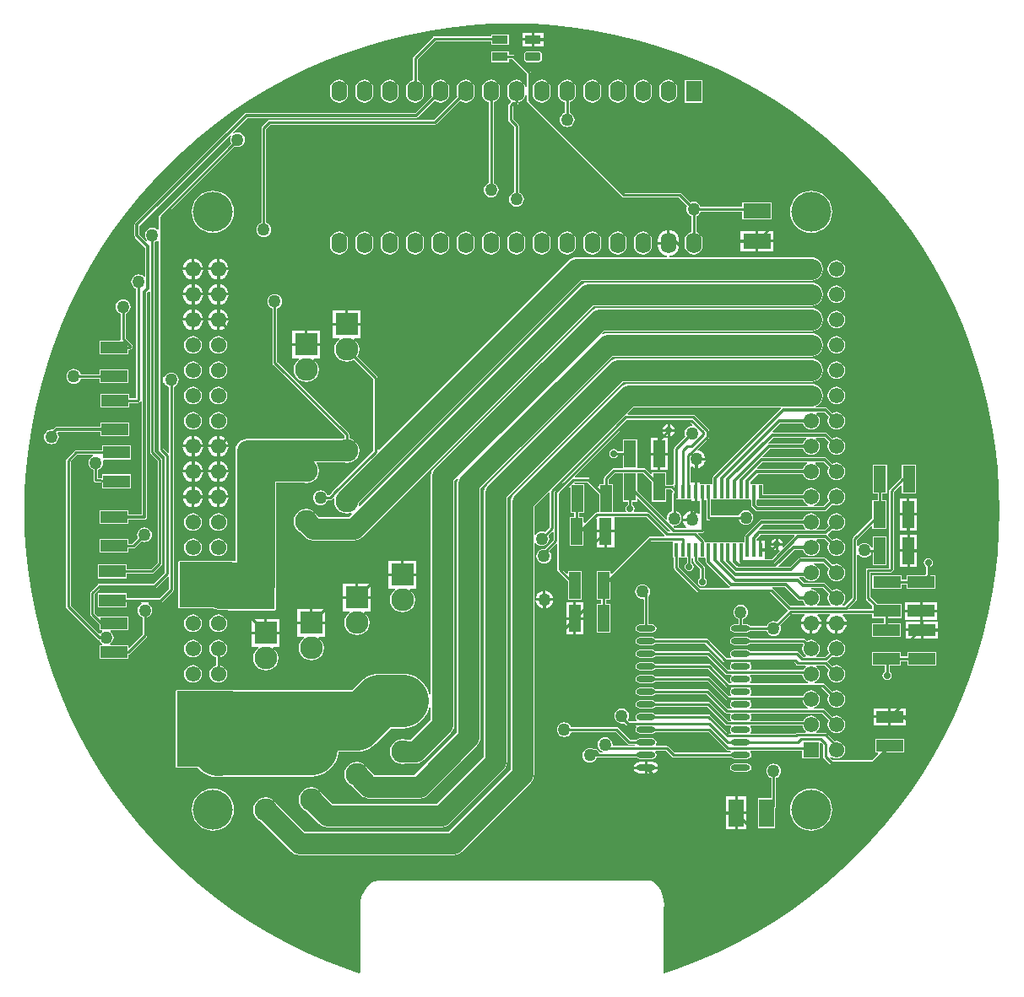
<source format=gtl>
G04 Layer_Physical_Order=1*
G04 Layer_Color=25308*
%FSLAX24Y24*%
%MOIN*%
G70*
G01*
G75*
%ADD10R,0.1102X0.0591*%
%ADD11R,0.1063X0.0472*%
%ADD12R,0.0472X0.1063*%
%ADD13R,0.0157X0.0532*%
%ADD14R,0.0591X0.1102*%
%ADD15O,0.0748X0.0236*%
G04:AMPARAMS|DCode=16|XSize=63mil|YSize=33.5mil|CornerRadius=8.4mil|HoleSize=0mil|Usage=FLASHONLY|Rotation=180.000|XOffset=0mil|YOffset=0mil|HoleType=Round|Shape=RoundedRectangle|*
%AMROUNDEDRECTD16*
21,1,0.0630,0.0167,0,0,180.0*
21,1,0.0463,0.0335,0,0,180.0*
1,1,0.0167,-0.0231,0.0084*
1,1,0.0167,0.0231,0.0084*
1,1,0.0167,0.0231,-0.0084*
1,1,0.0167,-0.0231,-0.0084*
%
%ADD16ROUNDEDRECTD16*%
%ADD17R,0.0630X0.0335*%
%ADD18C,0.0100*%
%ADD19C,0.0118*%
%ADD20C,0.0846*%
%ADD21C,0.2083*%
%ADD22R,0.5900X0.0500*%
%ADD23R,0.2200X0.3000*%
%ADD24R,0.2100X0.1800*%
%ADD25R,0.1811X0.1535*%
%ADD26R,0.0391X0.0906*%
%ADD27C,0.1575*%
%ADD28C,0.0610*%
%ADD29R,0.0610X0.0610*%
%ADD30C,0.0900*%
%ADD31R,0.0900X0.0900*%
%ADD32O,0.0630X0.0827*%
%ADD33R,0.0630X0.0827*%
%ADD34C,0.0500*%
%ADD35C,0.0276*%
G36*
X24462Y42855D02*
X25300Y42800D01*
X26135Y42709D01*
X26965Y42581D01*
X27789Y42417D01*
X28605Y42218D01*
X29411Y41983D01*
X30206Y41713D01*
X30989Y41408D01*
X31758Y41070D01*
X32511Y40698D01*
X33248Y40294D01*
X33966Y39859D01*
X34664Y39392D01*
X35342Y38895D01*
X35997Y38370D01*
X36628Y37816D01*
X37235Y37235D01*
X37816Y36628D01*
X38370Y35997D01*
X38895Y35342D01*
X39392Y34664D01*
X39859Y33966D01*
X40294Y33248D01*
X40698Y32511D01*
X41070Y31758D01*
X41408Y30989D01*
X41713Y30206D01*
X41983Y29411D01*
X42218Y28605D01*
X42417Y27789D01*
X42581Y26965D01*
X42709Y26135D01*
X42800Y25300D01*
X42855Y24462D01*
X42873Y23629D01*
X42872Y23622D01*
X42873Y23615D01*
X42855Y22782D01*
X42800Y21944D01*
X42709Y21109D01*
X42581Y20279D01*
X42417Y19455D01*
X42218Y18639D01*
X41983Y17833D01*
X41713Y17038D01*
X41408Y16255D01*
X41070Y15486D01*
X40698Y14733D01*
X40294Y13996D01*
X39859Y13278D01*
X39392Y12580D01*
X38895Y11902D01*
X38370Y11247D01*
X37816Y10616D01*
X37235Y10009D01*
X36628Y9428D01*
X35997Y8874D01*
X35342Y8349D01*
X34664Y7852D01*
X33966Y7385D01*
X33248Y6950D01*
X32511Y6546D01*
X31758Y6174D01*
X30989Y5836D01*
X30206Y5531D01*
X29649Y5342D01*
X29608Y5371D01*
Y7970D01*
X29624Y7994D01*
X29632Y8032D01*
X29634D01*
X29618Y8228D01*
X29573Y8418D01*
X29497Y8600D01*
X29395Y8767D01*
X29268Y8916D01*
X29267Y8915D01*
X29198Y8968D01*
X29119Y9001D01*
X29033Y9012D01*
Y9011D01*
X28995Y9004D01*
X28975Y8991D01*
X18309D01*
X18309Y8993D01*
Y8993D01*
X18193Y8978D01*
X18086Y8933D01*
X17993Y8862D01*
X17993Y8862D01*
X17866Y8713D01*
X17763Y8545D01*
X17688Y8364D01*
X17642Y8173D01*
X17627Y7978D01*
X17629D01*
Y5374D01*
X17588Y5345D01*
X17038Y5531D01*
X16255Y5836D01*
X15486Y6174D01*
X14733Y6546D01*
X13996Y6950D01*
X13278Y7385D01*
X12580Y7852D01*
X11902Y8349D01*
X11247Y8874D01*
X10616Y9428D01*
X10009Y10009D01*
X9428Y10616D01*
X8874Y11247D01*
X8349Y11902D01*
X7852Y12580D01*
X7385Y13278D01*
X6950Y13996D01*
X6546Y14733D01*
X6174Y15486D01*
X5836Y16255D01*
X5531Y17038D01*
X5262Y17833D01*
X5026Y18639D01*
X4827Y19455D01*
X4663Y20279D01*
X4535Y21109D01*
X4444Y21944D01*
X4389Y22782D01*
X4370Y23622D01*
X4389Y24462D01*
X4444Y25300D01*
X4535Y26135D01*
X4663Y26965D01*
X4827Y27789D01*
X5026Y28605D01*
X5262Y29411D01*
X5531Y30206D01*
X5836Y30989D01*
X6174Y31758D01*
X6546Y32511D01*
X6950Y33248D01*
X7385Y33966D01*
X7852Y34664D01*
X8349Y35342D01*
X8874Y35997D01*
X9428Y36628D01*
X10009Y37235D01*
X10616Y37816D01*
X11247Y38370D01*
X11902Y38895D01*
X12580Y39392D01*
X13278Y39859D01*
X13996Y40294D01*
X14733Y40698D01*
X15486Y41070D01*
X16255Y41408D01*
X17038Y41713D01*
X17833Y41983D01*
X18639Y42218D01*
X19455Y42417D01*
X20279Y42581D01*
X21109Y42709D01*
X21944Y42800D01*
X22782Y42855D01*
X23622Y42874D01*
X24462Y42855D01*
D02*
G37*
%LPC*%
G36*
X39232Y22679D02*
X38945D01*
Y22097D01*
X39232D01*
Y22679D01*
D02*
G37*
G36*
X39618D02*
X39332D01*
Y22097D01*
X39618D01*
Y22679D01*
D02*
G37*
G36*
X27273Y22755D02*
X26987D01*
Y22174D01*
X27273D01*
Y22755D01*
D02*
G37*
G36*
X39618Y21997D02*
X39332D01*
Y21416D01*
X39618D01*
Y21997D01*
D02*
G37*
G36*
X11024Y22521D02*
X10934Y22509D01*
X10850Y22474D01*
X10778Y22419D01*
X10723Y22347D01*
X10688Y22263D01*
X10676Y22173D01*
X10688Y22083D01*
X10723Y21999D01*
X10778Y21928D01*
X10850Y21872D01*
X10934Y21838D01*
X11024Y21826D01*
X11114Y21838D01*
X11197Y21872D01*
X11269Y21928D01*
X11325Y21999D01*
X11359Y22083D01*
X11371Y22173D01*
X11359Y22263D01*
X11325Y22347D01*
X11269Y22419D01*
X11197Y22474D01*
X11114Y22509D01*
X11024Y22521D01*
D02*
G37*
G36*
X12024D02*
X11934Y22509D01*
X11850Y22474D01*
X11778Y22419D01*
X11723Y22347D01*
X11688Y22263D01*
X11676Y22173D01*
X11688Y22083D01*
X11723Y21999D01*
X11778Y21928D01*
X11850Y21872D01*
X11934Y21838D01*
X12024Y21826D01*
X12114Y21838D01*
X12197Y21872D01*
X12269Y21928D01*
X12325Y21999D01*
X12359Y22083D01*
X12371Y22173D01*
X12359Y22263D01*
X12325Y22347D01*
X12269Y22419D01*
X12197Y22474D01*
X12114Y22509D01*
X12024Y22521D01*
D02*
G37*
G36*
Y23521D02*
X11934Y23509D01*
X11850Y23474D01*
X11778Y23419D01*
X11723Y23347D01*
X11688Y23263D01*
X11676Y23173D01*
X11688Y23083D01*
X11723Y22999D01*
X11778Y22928D01*
X11850Y22872D01*
X11934Y22838D01*
X12024Y22826D01*
X12114Y22838D01*
X12197Y22872D01*
X12269Y22928D01*
X12325Y22999D01*
X12359Y23083D01*
X12371Y23173D01*
X12359Y23263D01*
X12325Y23347D01*
X12269Y23419D01*
X12197Y23474D01*
X12114Y23509D01*
X12024Y23521D01*
D02*
G37*
G36*
X39222Y23424D02*
X38935D01*
Y22843D01*
X39222D01*
Y23424D01*
D02*
G37*
G36*
X39608D02*
X39322D01*
Y22843D01*
X39608D01*
Y23424D01*
D02*
G37*
G36*
X27659Y22755D02*
X27373D01*
Y22174D01*
X27659D01*
Y22755D01*
D02*
G37*
G36*
X9111Y22962D02*
X9035Y22952D01*
X8965Y22923D01*
X8904Y22876D01*
X8858Y22816D01*
X8829Y22746D01*
X8819Y22670D01*
X8829Y22594D01*
X8852Y22540D01*
X8632Y22320D01*
X8471D01*
Y22505D01*
X7329D01*
Y21954D01*
X8471D01*
Y22138D01*
X8670D01*
X8705Y22145D01*
X8734Y22165D01*
X8981Y22411D01*
X9035Y22388D01*
X9111Y22378D01*
X9186Y22388D01*
X9257Y22417D01*
X9317Y22464D01*
X9364Y22524D01*
X9393Y22594D01*
X9403Y22670D01*
X9393Y22746D01*
X9364Y22816D01*
X9317Y22876D01*
X9257Y22923D01*
X9186Y22952D01*
X9111Y22962D01*
D02*
G37*
G36*
X11024Y23521D02*
X10934Y23509D01*
X10850Y23474D01*
X10778Y23419D01*
X10723Y23347D01*
X10688Y23263D01*
X10676Y23173D01*
X10688Y23083D01*
X10723Y22999D01*
X10778Y22928D01*
X10850Y22872D01*
X10934Y22838D01*
X11024Y22826D01*
X11114Y22838D01*
X11197Y22872D01*
X11269Y22928D01*
X11325Y22999D01*
X11359Y23083D01*
X11371Y23173D01*
X11359Y23263D01*
X11325Y23347D01*
X11269Y23419D01*
X11197Y23474D01*
X11114Y23509D01*
X11024Y23521D01*
D02*
G37*
G36*
X25248Y20058D02*
X24952D01*
Y19762D01*
X24993Y19767D01*
X25078Y19803D01*
X25151Y19859D01*
X25207Y19932D01*
X25243Y20017D01*
X25248Y20058D01*
D02*
G37*
G36*
X24852Y20455D02*
X24810Y20449D01*
X24725Y20414D01*
X24652Y20358D01*
X24596Y20285D01*
X24561Y20200D01*
X24555Y20158D01*
X24852D01*
Y20455D01*
D02*
G37*
G36*
X24952D02*
Y20158D01*
X25248D01*
X25243Y20200D01*
X25207Y20285D01*
X25151Y20358D01*
X25078Y20414D01*
X24993Y20449D01*
X24952Y20455D01*
D02*
G37*
G36*
X39724Y19992D02*
X39142D01*
Y19706D01*
X39724D01*
Y19992D01*
D02*
G37*
G36*
X40405D02*
X39824D01*
Y19706D01*
X40405D01*
Y19992D01*
D02*
G37*
G36*
X24852Y20058D02*
X24555D01*
X24561Y20017D01*
X24596Y19932D01*
X24652Y19859D01*
X24725Y19803D01*
X24810Y19767D01*
X24852Y19762D01*
Y20058D01*
D02*
G37*
G36*
X19250Y21650D02*
X18750D01*
Y21150D01*
X19250D01*
Y21650D01*
D02*
G37*
G36*
X19850D02*
X19350D01*
Y21150D01*
X19850D01*
Y21650D01*
D02*
G37*
G36*
X39232Y21997D02*
X38945D01*
Y21416D01*
X39232D01*
Y21997D01*
D02*
G37*
G36*
X17450Y20750D02*
X16950D01*
Y20250D01*
X17450D01*
Y20750D01*
D02*
G37*
G36*
X18050D02*
X17550D01*
Y20250D01*
X18050D01*
Y20750D01*
D02*
G37*
G36*
X40062Y21748D02*
X39993Y21735D01*
X39934Y21695D01*
X39895Y21637D01*
X39881Y21568D01*
X39895Y21499D01*
X39934Y21440D01*
X39971Y21416D01*
Y21123D01*
X39920Y21073D01*
X39203D01*
Y20888D01*
X38996D01*
Y21073D01*
X37854D01*
Y20522D01*
X38996D01*
Y20706D01*
X39203D01*
Y20522D01*
X40344D01*
Y21073D01*
X40163D01*
X40153Y21085D01*
Y21416D01*
X40190Y21440D01*
X40229Y21499D01*
X40242Y21568D01*
X40229Y21637D01*
X40190Y21695D01*
X40131Y21735D01*
X40062Y21748D01*
D02*
G37*
G36*
X11074Y25575D02*
Y25223D01*
X11426D01*
X11418Y25279D01*
X11377Y25378D01*
X11313Y25462D01*
X11228Y25527D01*
X11129Y25568D01*
X11074Y25575D01*
D02*
G37*
G36*
X11974D02*
X11918Y25568D01*
X11819Y25527D01*
X11735Y25462D01*
X11670Y25378D01*
X11629Y25279D01*
X11622Y25223D01*
X11974D01*
Y25575D01*
D02*
G37*
G36*
X12074D02*
Y25223D01*
X12426D01*
X12418Y25279D01*
X12377Y25378D01*
X12313Y25462D01*
X12228Y25527D01*
X12129Y25568D01*
X12074Y25575D01*
D02*
G37*
G36*
X11974Y25123D02*
X11622D01*
X11629Y25067D01*
X11670Y24969D01*
X11735Y24884D01*
X11819Y24819D01*
X11918Y24779D01*
X11974Y24771D01*
Y25123D01*
D02*
G37*
G36*
X12426D02*
X12074D01*
Y24771D01*
X12129Y24779D01*
X12228Y24819D01*
X12313Y24884D01*
X12377Y24969D01*
X12418Y25067D01*
X12426Y25123D01*
D02*
G37*
G36*
X10974Y25575D02*
X10918Y25568D01*
X10819Y25527D01*
X10735Y25462D01*
X10670Y25378D01*
X10629Y25279D01*
X10622Y25223D01*
X10974D01*
Y25575D01*
D02*
G37*
G36*
X11974Y26123D02*
X11622D01*
X11629Y26067D01*
X11670Y25969D01*
X11735Y25884D01*
X11819Y25819D01*
X11918Y25779D01*
X11974Y25771D01*
Y26123D01*
D02*
G37*
G36*
X12426D02*
X12074D01*
Y25771D01*
X12129Y25779D01*
X12228Y25819D01*
X12313Y25884D01*
X12377Y25969D01*
X12418Y26067D01*
X12426Y26123D01*
D02*
G37*
G36*
X30219Y34150D02*
X29381D01*
Y34102D01*
X29396Y33993D01*
X29438Y33892D01*
X29504Y33806D01*
X29591Y33739D01*
X29692Y33697D01*
X29749Y33690D01*
X29745Y33640D01*
X26175D01*
X26054Y33624D01*
X25998Y33601D01*
X25942Y33577D01*
X25845Y33503D01*
X18367Y26025D01*
X18321Y26044D01*
Y28870D01*
X18314Y28905D01*
X18308Y28915D01*
X18294Y28934D01*
X17505Y29724D01*
X17527Y29753D01*
X17577Y29872D01*
X17594Y30000D01*
X17577Y30128D01*
X17527Y30247D01*
X17449Y30349D01*
X17383Y30400D01*
X17400Y30450D01*
X17650D01*
Y30950D01*
X16550D01*
Y30450D01*
X16800D01*
X16817Y30400D01*
X16751Y30349D01*
X16673Y30247D01*
X16623Y30128D01*
X16606Y30000D01*
X16623Y29872D01*
X16673Y29753D01*
X16751Y29651D01*
X16853Y29573D01*
X16972Y29523D01*
X17100Y29506D01*
X17228Y29523D01*
X17347Y29573D01*
X17376Y29595D01*
X18139Y28832D01*
Y25991D01*
X16523Y24375D01*
X16503Y24345D01*
X16496Y24310D01*
Y24305D01*
X16416Y24225D01*
X16338D01*
X16316Y24280D01*
X16269Y24340D01*
X16209Y24387D01*
X16139Y24416D01*
X16063Y24426D01*
X15987Y24416D01*
X15917Y24387D01*
X15857Y24340D01*
X15810Y24280D01*
X15781Y24209D01*
X15771Y24134D01*
X15781Y24058D01*
X15810Y23988D01*
X15857Y23927D01*
X15917Y23881D01*
X15987Y23852D01*
X16063Y23842D01*
X16139Y23852D01*
X16209Y23881D01*
X16269Y23927D01*
X16316Y23988D01*
X16338Y24043D01*
X16454D01*
X16489Y24050D01*
X16518Y24069D01*
X16572Y24123D01*
X16620Y24100D01*
X16606Y24000D01*
X16623Y23872D01*
X16673Y23753D01*
X16751Y23651D01*
X16853Y23573D01*
X16972Y23523D01*
X17100Y23506D01*
X17228Y23523D01*
X17268Y23540D01*
X17296Y23498D01*
X17179Y23380D01*
X15980D01*
X15938Y23422D01*
X15927Y23447D01*
X15849Y23549D01*
X15747Y23627D01*
X15628Y23677D01*
X15500Y23694D01*
X15372Y23677D01*
X15253Y23627D01*
X15151Y23549D01*
X15073Y23447D01*
X15023Y23328D01*
X15006Y23200D01*
X15023Y23072D01*
X15073Y22953D01*
X15151Y22851D01*
X15253Y22773D01*
X15278Y22762D01*
X15457Y22583D01*
X15553Y22509D01*
X15633Y22476D01*
X15666Y22463D01*
X15787Y22447D01*
X17372D01*
X17493Y22463D01*
X17526Y22476D01*
X17605Y22509D01*
X17702Y22583D01*
X26825Y31707D01*
X35433D01*
X35554Y31723D01*
X35666Y31769D01*
X35763Y31843D01*
X35837Y31940D01*
X35884Y32052D01*
X35900Y32173D01*
X35884Y32294D01*
X35837Y32407D01*
X35763Y32503D01*
X35666Y32577D01*
X35554Y32624D01*
X35433Y32640D01*
X26632D01*
X26511Y32624D01*
X26455Y32601D01*
X26399Y32577D01*
X26302Y32503D01*
X17602Y23804D01*
X17560Y23832D01*
X17577Y23872D01*
X17583Y23921D01*
X26368Y32707D01*
X35433D01*
X35554Y32723D01*
X35666Y32769D01*
X35763Y32843D01*
X35837Y32940D01*
X35884Y33052D01*
X35900Y33173D01*
X35884Y33294D01*
X35837Y33407D01*
X35763Y33503D01*
X35666Y33577D01*
X35554Y33624D01*
X35433Y33640D01*
X29855D01*
X29851Y33690D01*
X29908Y33697D01*
X30009Y33739D01*
X30096Y33806D01*
X30162Y33892D01*
X30204Y33993D01*
X30219Y34102D01*
Y34150D01*
D02*
G37*
G36*
X14252Y32182D02*
X14176Y32172D01*
X14106Y32143D01*
X14046Y32096D01*
X13999Y32036D01*
X13970Y31965D01*
X13960Y31890D01*
X13970Y31814D01*
X13999Y31744D01*
X14046Y31683D01*
X14106Y31637D01*
X14161Y31614D01*
Y29478D01*
X14168Y29443D01*
X14188Y29414D01*
X17009Y26592D01*
Y26482D01*
X16972Y26477D01*
X16948Y26467D01*
X13173D01*
X13052Y26451D01*
X12940Y26404D01*
X12843Y26330D01*
X12769Y26233D01*
X12723Y26121D01*
X12707Y26000D01*
Y21640D01*
X12607D01*
X12600Y21643D01*
X10500D01*
X10470Y21630D01*
X10457Y21600D01*
Y19800D01*
X10470Y19770D01*
X10500Y19757D01*
X11819D01*
X11903Y19723D01*
X12024Y19707D01*
X12406D01*
X12411Y19694D01*
X12441Y19682D01*
X14252D01*
X14282Y19694D01*
X14295Y19724D01*
Y20518D01*
X14306Y20545D01*
X14322Y20666D01*
Y24733D01*
X15348D01*
X15372Y24723D01*
X15500Y24706D01*
X15628Y24723D01*
X15747Y24773D01*
X15849Y24851D01*
X15927Y24953D01*
X15977Y25072D01*
X15994Y25200D01*
X15977Y25328D01*
X15927Y25447D01*
X15895Y25489D01*
X15918Y25533D01*
X16948D01*
X16972Y25523D01*
X17100Y25506D01*
X17228Y25523D01*
X17347Y25573D01*
X17449Y25651D01*
X17527Y25753D01*
X17577Y25872D01*
X17594Y26000D01*
X17577Y26128D01*
X17527Y26247D01*
X17449Y26349D01*
X17347Y26427D01*
X17228Y26477D01*
X17191Y26482D01*
Y26630D01*
X17184Y26665D01*
X17164Y26694D01*
X14343Y29516D01*
Y31614D01*
X14398Y31637D01*
X14458Y31683D01*
X14505Y31744D01*
X14534Y31814D01*
X14544Y31890D01*
X14534Y31965D01*
X14505Y32036D01*
X14458Y32096D01*
X14398Y32143D01*
X14328Y32172D01*
X14252Y32182D01*
D02*
G37*
G36*
X10974Y26123D02*
X10622D01*
X10629Y26067D01*
X10670Y25969D01*
X10735Y25884D01*
X10819Y25819D01*
X10918Y25779D01*
X10974Y25771D01*
Y26123D01*
D02*
G37*
G36*
X11426D02*
X11074D01*
Y25771D01*
X11129Y25779D01*
X11228Y25819D01*
X11313Y25884D01*
X11377Y25969D01*
X11418Y26067D01*
X11426Y26123D01*
D02*
G37*
G36*
Y24123D02*
X11074D01*
Y23771D01*
X11129Y23779D01*
X11228Y23819D01*
X11313Y23884D01*
X11377Y23969D01*
X11418Y24067D01*
X11426Y24123D01*
D02*
G37*
G36*
X11974D02*
X11622D01*
X11629Y24067D01*
X11670Y23969D01*
X11735Y23884D01*
X11819Y23819D01*
X11918Y23779D01*
X11974Y23771D01*
Y24123D01*
D02*
G37*
G36*
X12426D02*
X12074D01*
Y23771D01*
X12129Y23779D01*
X12228Y23819D01*
X12313Y23884D01*
X12377Y23969D01*
X12418Y24067D01*
X12426Y24123D01*
D02*
G37*
G36*
X39222Y24106D02*
X38935D01*
Y23524D01*
X39222D01*
Y24106D01*
D02*
G37*
G36*
X39608D02*
X39322D01*
Y23524D01*
X39608D01*
Y24106D01*
D02*
G37*
G36*
X10974Y24123D02*
X10622D01*
X10629Y24067D01*
X10670Y23969D01*
X10735Y23884D01*
X10819Y23819D01*
X10918Y23779D01*
X10974Y23771D01*
Y24123D01*
D02*
G37*
G36*
X12074Y24575D02*
Y24223D01*
X12426D01*
X12418Y24279D01*
X12377Y24378D01*
X12313Y24462D01*
X12228Y24527D01*
X12129Y24568D01*
X12074Y24575D01*
D02*
G37*
G36*
X10974Y25123D02*
X10622D01*
X10629Y25067D01*
X10670Y24969D01*
X10735Y24884D01*
X10819Y24819D01*
X10918Y24779D01*
X10974Y24771D01*
Y25123D01*
D02*
G37*
G36*
X11426D02*
X11074D01*
Y24771D01*
X11129Y24779D01*
X11228Y24819D01*
X11313Y24884D01*
X11377Y24969D01*
X11418Y25067D01*
X11426Y25123D01*
D02*
G37*
G36*
X10974Y24575D02*
X10918Y24568D01*
X10819Y24527D01*
X10735Y24462D01*
X10670Y24378D01*
X10629Y24279D01*
X10622Y24223D01*
X10974D01*
Y24575D01*
D02*
G37*
G36*
X11074D02*
Y24223D01*
X11426D01*
X11418Y24279D01*
X11377Y24378D01*
X11313Y24462D01*
X11228Y24527D01*
X11129Y24568D01*
X11074Y24575D01*
D02*
G37*
G36*
X11974D02*
X11918Y24568D01*
X11819Y24527D01*
X11735Y24462D01*
X11670Y24378D01*
X11629Y24279D01*
X11622Y24223D01*
X11974D01*
Y24575D01*
D02*
G37*
G36*
X39165Y15432D02*
X38583D01*
Y15146D01*
X39165D01*
Y15432D01*
D02*
G37*
G36*
X38483Y15819D02*
X37902D01*
Y15532D01*
X38483D01*
Y15819D01*
D02*
G37*
G36*
X39165D02*
X38583D01*
Y15532D01*
X39165D01*
Y15819D01*
D02*
G37*
G36*
X28867Y13693D02*
X28661D01*
X28576Y13676D01*
X28504Y13628D01*
X28456Y13556D01*
X28449Y13520D01*
X28867D01*
Y13693D01*
D02*
G37*
G36*
X29173D02*
X28967D01*
Y13520D01*
X29386D01*
X29379Y13556D01*
X29330Y13628D01*
X29258Y13676D01*
X29173Y13693D01*
D02*
G37*
G36*
X38483Y15432D02*
X37902D01*
Y15146D01*
X38483D01*
Y15432D01*
D02*
G37*
G36*
X38967Y18041D02*
X37825D01*
Y17490D01*
X38344D01*
Y17258D01*
X38307Y17234D01*
X38268Y17175D01*
X38254Y17106D01*
X38268Y17037D01*
X38307Y16979D01*
X38366Y16939D01*
X38435Y16926D01*
X38504Y16939D01*
X38563Y16979D01*
X38602Y17037D01*
X38616Y17106D01*
X38602Y17175D01*
X38563Y17234D01*
X38526Y17258D01*
Y17490D01*
X38967D01*
Y17673D01*
X39248D01*
Y17489D01*
X40389D01*
Y18040D01*
X39248D01*
Y17855D01*
X38967D01*
Y18041D01*
D02*
G37*
G36*
X16250Y19150D02*
X15150D01*
Y18650D01*
X15400D01*
X15417Y18600D01*
X15351Y18549D01*
X15273Y18447D01*
X15223Y18328D01*
X15206Y18200D01*
X15223Y18072D01*
X15273Y17953D01*
X15351Y17851D01*
X15453Y17773D01*
X15572Y17723D01*
X15700Y17706D01*
X15828Y17723D01*
X15947Y17773D01*
X16049Y17851D01*
X16127Y17953D01*
X16177Y18072D01*
X16194Y18200D01*
X16177Y18328D01*
X16127Y18447D01*
X16049Y18549D01*
X15983Y18600D01*
X16000Y18650D01*
X16250D01*
Y19150D01*
D02*
G37*
G36*
X11024Y18521D02*
X10934Y18509D01*
X10850Y18474D01*
X10778Y18419D01*
X10723Y18347D01*
X10688Y18263D01*
X10676Y18173D01*
X10688Y18083D01*
X10723Y17999D01*
X10778Y17928D01*
X10850Y17872D01*
X10934Y17838D01*
X11024Y17826D01*
X11114Y17838D01*
X11197Y17872D01*
X11269Y17928D01*
X11325Y17999D01*
X11359Y18083D01*
X11371Y18173D01*
X11359Y18263D01*
X11325Y18347D01*
X11269Y18419D01*
X11197Y18474D01*
X11114Y18509D01*
X11024Y18521D01*
D02*
G37*
G36*
Y17521D02*
X10934Y17509D01*
X10850Y17474D01*
X10778Y17419D01*
X10723Y17347D01*
X10688Y17263D01*
X10676Y17173D01*
X10688Y17083D01*
X10723Y16999D01*
X10778Y16928D01*
X10850Y16872D01*
X10934Y16838D01*
X11024Y16826D01*
X11114Y16838D01*
X11197Y16872D01*
X11269Y16928D01*
X11325Y16999D01*
X11359Y17083D01*
X11371Y17173D01*
X11359Y17263D01*
X11325Y17347D01*
X11269Y17419D01*
X11197Y17474D01*
X11114Y17509D01*
X11024Y17521D01*
D02*
G37*
G36*
X12024Y18521D02*
X11934Y18509D01*
X11850Y18474D01*
X11778Y18419D01*
X11723Y18347D01*
X11688Y18263D01*
X11676Y18173D01*
X11688Y18083D01*
X11723Y17999D01*
X11778Y17928D01*
X11850Y17872D01*
X11932Y17838D01*
Y17508D01*
X11850Y17474D01*
X11778Y17419D01*
X11723Y17347D01*
X11688Y17263D01*
X11676Y17173D01*
X11688Y17083D01*
X11723Y16999D01*
X11778Y16928D01*
X11850Y16872D01*
X11934Y16838D01*
X12024Y16826D01*
X12114Y16838D01*
X12197Y16872D01*
X12269Y16928D01*
X12325Y16999D01*
X12359Y17083D01*
X12371Y17173D01*
X12359Y17263D01*
X12325Y17347D01*
X12269Y17419D01*
X12197Y17474D01*
X12115Y17508D01*
Y17838D01*
X12197Y17872D01*
X12269Y17928D01*
X12325Y17999D01*
X12359Y18083D01*
X12371Y18173D01*
X12359Y18263D01*
X12325Y18347D01*
X12269Y18419D01*
X12197Y18474D01*
X12114Y18509D01*
X12024Y18521D01*
D02*
G37*
G36*
X14450Y18750D02*
X13350D01*
Y18250D01*
X13600D01*
X13617Y18200D01*
X13551Y18149D01*
X13473Y18047D01*
X13423Y17928D01*
X13406Y17800D01*
X13423Y17672D01*
X13473Y17553D01*
X13551Y17451D01*
X13653Y17373D01*
X13772Y17323D01*
X13900Y17306D01*
X14028Y17323D01*
X14147Y17373D01*
X14249Y17451D01*
X14327Y17553D01*
X14377Y17672D01*
X14394Y17800D01*
X14377Y17928D01*
X14327Y18047D01*
X14249Y18149D01*
X14183Y18200D01*
X14200Y18250D01*
X14450D01*
Y18750D01*
D02*
G37*
G36*
X32876Y11623D02*
X32530D01*
Y11022D01*
X32876D01*
Y11623D01*
D02*
G37*
G36*
X33957Y13628D02*
X33881Y13619D01*
X33811Y13589D01*
X33750Y13543D01*
X33704Y13483D01*
X33675Y13412D01*
X33665Y13337D01*
X33675Y13261D01*
X33704Y13191D01*
X33750Y13130D01*
X33811Y13084D01*
X33866Y13061D01*
Y12264D01*
X33327D01*
Y11083D01*
X33996D01*
Y11840D01*
X34021Y11865D01*
X34034Y11884D01*
X34041Y11894D01*
X34048Y11929D01*
Y13061D01*
X34103Y13084D01*
X34163Y13130D01*
X34209Y13191D01*
X34239Y13261D01*
X34249Y13337D01*
X34239Y13412D01*
X34209Y13483D01*
X34163Y13543D01*
X34103Y13589D01*
X34032Y13619D01*
X33957Y13628D01*
D02*
G37*
G36*
X32430Y12324D02*
X32085D01*
Y11723D01*
X32430D01*
Y12324D01*
D02*
G37*
G36*
X11811Y12642D02*
X11649Y12626D01*
X11493Y12579D01*
X11349Y12502D01*
X11224Y12398D01*
X11120Y12273D01*
X11043Y12129D01*
X10996Y11973D01*
X10980Y11811D01*
X10996Y11649D01*
X11043Y11493D01*
X11120Y11349D01*
X11224Y11224D01*
X11349Y11120D01*
X11493Y11043D01*
X11649Y10996D01*
X11811Y10980D01*
X11973Y10996D01*
X12129Y11043D01*
X12273Y11120D01*
X12398Y11224D01*
X12502Y11349D01*
X12579Y11493D01*
X12626Y11649D01*
X12642Y11811D01*
X12626Y11973D01*
X12579Y12129D01*
X12502Y12273D01*
X12398Y12398D01*
X12273Y12502D01*
X12129Y12579D01*
X11973Y12626D01*
X11811Y12642D01*
D02*
G37*
G36*
X35433D02*
X35271Y12626D01*
X35115Y12579D01*
X34972Y12502D01*
X34846Y12398D01*
X34742Y12273D01*
X34666Y12129D01*
X34618Y11973D01*
X34602Y11811D01*
X34618Y11649D01*
X34666Y11493D01*
X34742Y11349D01*
X34846Y11224D01*
X34972Y11120D01*
X35115Y11043D01*
X35271Y10996D01*
X35433Y10980D01*
X35595Y10996D01*
X35751Y11043D01*
X35895Y11120D01*
X36021Y11224D01*
X36124Y11349D01*
X36201Y11493D01*
X36248Y11649D01*
X36264Y11811D01*
X36248Y11973D01*
X36201Y12129D01*
X36124Y12273D01*
X36021Y12398D01*
X35895Y12502D01*
X35751Y12579D01*
X35595Y12626D01*
X35433Y12642D01*
D02*
G37*
G36*
X32430Y11623D02*
X32085D01*
Y11022D01*
X32430D01*
Y11623D01*
D02*
G37*
G36*
X28867Y13420D02*
X28449D01*
X28456Y13385D01*
X28504Y13313D01*
X28576Y13265D01*
X28661Y13248D01*
X28867D01*
Y13420D01*
D02*
G37*
G36*
X29386D02*
X28967D01*
Y13248D01*
X29173D01*
X29258Y13265D01*
X29330Y13313D01*
X29379Y13385D01*
X29386Y13420D01*
D02*
G37*
G36*
X32913Y13631D02*
X32402D01*
X32340Y13619D01*
X32288Y13584D01*
X32253Y13532D01*
X32241Y13470D01*
X32253Y13409D01*
X32288Y13357D01*
X32340Y13322D01*
X32402Y13310D01*
X32913D01*
X32975Y13322D01*
X33027Y13357D01*
X33062Y13409D01*
X33074Y13470D01*
X33062Y13532D01*
X33027Y13584D01*
X32975Y13619D01*
X32913Y13631D01*
D02*
G37*
G36*
X32876Y12324D02*
X32530D01*
Y11723D01*
X32876D01*
Y12324D01*
D02*
G37*
G36*
X35433Y29640D02*
X27815D01*
X27694Y29624D01*
X27638Y29601D01*
X27582Y29577D01*
X27485Y29503D01*
X22633Y24651D01*
X22559Y24554D01*
X22526Y24475D01*
X22512Y24442D01*
X22496Y24321D01*
Y13904D01*
X20633Y12041D01*
X16518D01*
X16138Y12422D01*
X16127Y12447D01*
X16049Y12549D01*
X15947Y12627D01*
X15828Y12677D01*
X15700Y12694D01*
X15572Y12677D01*
X15453Y12627D01*
X15351Y12549D01*
X15273Y12447D01*
X15223Y12328D01*
X15206Y12200D01*
X15223Y12072D01*
X15273Y11953D01*
X15351Y11851D01*
X15453Y11773D01*
X15478Y11762D01*
X15995Y11245D01*
X16092Y11171D01*
X16171Y11138D01*
X16204Y11124D01*
X16325Y11108D01*
X20827D01*
X20948Y11124D01*
X20981Y11138D01*
X21060Y11171D01*
X21157Y11245D01*
X23293Y13381D01*
X23367Y13477D01*
X23400Y13557D01*
X23413Y13590D01*
X23429Y13711D01*
Y24128D01*
X28008Y28707D01*
X35433D01*
X35554Y28723D01*
X35666Y28769D01*
X35763Y28843D01*
X35837Y28940D01*
X35884Y29052D01*
X35900Y29173D01*
X35884Y29294D01*
X35837Y29407D01*
X35763Y29503D01*
X35666Y29577D01*
X35554Y29624D01*
X35433Y29640D01*
D02*
G37*
G36*
Y31640D02*
X27059D01*
X26938Y31624D01*
X26826Y31577D01*
X26729Y31503D01*
X20546Y25320D01*
X20472Y25223D01*
X20439Y25144D01*
X20425Y25111D01*
X20409Y24990D01*
Y16323D01*
X20359Y16317D01*
X20331Y16435D01*
X20266Y16592D01*
X20177Y16737D01*
X20067Y16867D01*
X19937Y16977D01*
X19792Y17066D01*
X19635Y17131D01*
X19470Y17171D01*
X19300Y17184D01*
X18400D01*
X18230Y17171D01*
X18065Y17131D01*
X17908Y17066D01*
X17763Y16977D01*
X17633Y16867D01*
X17310Y16543D01*
X10400D01*
X10370Y16530D01*
X10357Y16500D01*
Y13500D01*
X10370Y13470D01*
X10400Y13457D01*
X11214D01*
X11257Y13407D01*
X11386Y13296D01*
X11531Y13207D01*
X11689Y13142D01*
X11854Y13103D01*
X12024Y13089D01*
X12193Y13103D01*
X12249Y13116D01*
X15700D01*
X15870Y13129D01*
X16035Y13169D01*
X16192Y13234D01*
X16337Y13323D01*
X16467Y13433D01*
X16577Y13563D01*
X16666Y13708D01*
X16731Y13865D01*
X16771Y14030D01*
X16775Y14089D01*
X17473D01*
X17643Y14103D01*
X17808Y14142D01*
X17965Y14207D01*
X18110Y14296D01*
X18240Y14407D01*
X18267Y14433D01*
X18849Y15016D01*
X19300D01*
X19470Y15029D01*
X19635Y15069D01*
X19792Y15134D01*
X19937Y15223D01*
X20067Y15333D01*
X20177Y15463D01*
X20266Y15608D01*
X20331Y15765D01*
X20359Y15883D01*
X20409Y15877D01*
Y15361D01*
X19615Y14567D01*
X19452D01*
X19428Y14577D01*
X19300Y14594D01*
X19172Y14577D01*
X19053Y14527D01*
X18951Y14449D01*
X18873Y14347D01*
X18823Y14228D01*
X18806Y14100D01*
X18823Y13972D01*
X18873Y13853D01*
X18951Y13751D01*
X19053Y13673D01*
X19172Y13623D01*
X19300Y13606D01*
X19428Y13623D01*
X19452Y13633D01*
X19809D01*
X19929Y13649D01*
X19962Y13663D01*
X20042Y13696D01*
X20139Y13770D01*
X21206Y14837D01*
X21280Y14934D01*
X21313Y15014D01*
X21327Y15047D01*
X21343Y15167D01*
Y24797D01*
X21452Y24906D01*
X21494Y24878D01*
X21482Y24849D01*
X21469Y24816D01*
X21453Y24695D01*
Y14868D01*
X19767Y13183D01*
X18177D01*
X17938Y13422D01*
X17927Y13447D01*
X17849Y13549D01*
X17747Y13627D01*
X17628Y13677D01*
X17500Y13694D01*
X17372Y13677D01*
X17253Y13627D01*
X17151Y13549D01*
X17073Y13447D01*
X17023Y13328D01*
X17006Y13200D01*
X17023Y13072D01*
X17073Y12953D01*
X17151Y12851D01*
X17253Y12773D01*
X17278Y12762D01*
X17654Y12387D01*
X17750Y12312D01*
X17806Y12289D01*
X17863Y12266D01*
X17983Y12250D01*
X19961D01*
X20081Y12266D01*
X20114Y12279D01*
X20194Y12312D01*
X20291Y12387D01*
X22249Y14345D01*
X22323Y14442D01*
X22347Y14498D01*
X22370Y14554D01*
X22386Y14675D01*
Y24502D01*
X27591Y29707D01*
X35433D01*
X35554Y29723D01*
X35666Y29769D01*
X35763Y29843D01*
X35837Y29940D01*
X35884Y30052D01*
X35900Y30173D01*
X35884Y30294D01*
X35837Y30407D01*
X35763Y30503D01*
X35666Y30577D01*
X35554Y30624D01*
X35433Y30640D01*
X27398D01*
X27277Y30624D01*
X27244Y30610D01*
X27214Y30598D01*
X27186Y30640D01*
X27252Y30707D01*
X35433D01*
X35554Y30723D01*
X35666Y30769D01*
X35763Y30843D01*
X35837Y30940D01*
X35884Y31052D01*
X35900Y31173D01*
X35884Y31294D01*
X35837Y31407D01*
X35763Y31503D01*
X35666Y31577D01*
X35554Y31624D01*
X35433Y31640D01*
D02*
G37*
G36*
X39769Y19242D02*
X39187D01*
Y18956D01*
X39769D01*
Y19242D01*
D02*
G37*
G36*
X40450D02*
X39869D01*
Y18956D01*
X40450D01*
Y19242D01*
D02*
G37*
G36*
X15650Y19750D02*
X15150D01*
Y19250D01*
X15650D01*
Y19750D01*
D02*
G37*
G36*
X12024Y19521D02*
X11934Y19509D01*
X11850Y19474D01*
X11778Y19419D01*
X11723Y19347D01*
X11688Y19263D01*
X11676Y19173D01*
X11688Y19083D01*
X11723Y18999D01*
X11778Y18928D01*
X11850Y18872D01*
X11934Y18838D01*
X12024Y18826D01*
X12114Y18838D01*
X12197Y18872D01*
X12269Y18928D01*
X12325Y18999D01*
X12359Y19083D01*
X12371Y19173D01*
X12359Y19263D01*
X12325Y19347D01*
X12269Y19419D01*
X12197Y19474D01*
X12114Y19509D01*
X12024Y19521D01*
D02*
G37*
G36*
X13850Y19350D02*
X13350D01*
Y18850D01*
X13850D01*
Y19350D01*
D02*
G37*
G36*
X14450D02*
X13950D01*
Y18850D01*
X14450D01*
Y19350D01*
D02*
G37*
G36*
X26052Y19992D02*
X25766D01*
Y19410D01*
X26052D01*
Y19992D01*
D02*
G37*
G36*
X26439D02*
X26152D01*
Y19410D01*
X26439D01*
Y19992D01*
D02*
G37*
G36*
X19850Y21050D02*
X18750D01*
Y20550D01*
X19000D01*
X19017Y20500D01*
X18951Y20449D01*
X18873Y20347D01*
X18823Y20228D01*
X18806Y20100D01*
X18823Y19972D01*
X18873Y19853D01*
X18951Y19751D01*
X19053Y19673D01*
X19172Y19623D01*
X19300Y19606D01*
X19428Y19623D01*
X19547Y19673D01*
X19649Y19751D01*
X19727Y19853D01*
X19777Y19972D01*
X19794Y20100D01*
X19777Y20228D01*
X19727Y20347D01*
X19649Y20449D01*
X19583Y20500D01*
X19600Y20550D01*
X19850D01*
Y21050D01*
D02*
G37*
G36*
X16250Y19750D02*
X15750D01*
Y19250D01*
X16250D01*
Y19750D01*
D02*
G37*
G36*
X39724Y19606D02*
X39142D01*
Y19319D01*
X39724D01*
Y19606D01*
D02*
G37*
G36*
X40405D02*
X39824D01*
Y19319D01*
X40405D01*
Y19606D01*
D02*
G37*
G36*
X18050Y20150D02*
X16950D01*
Y19650D01*
X17200D01*
X17217Y19600D01*
X17151Y19549D01*
X17073Y19447D01*
X17023Y19328D01*
X17006Y19200D01*
X17023Y19072D01*
X17073Y18953D01*
X17151Y18851D01*
X17253Y18773D01*
X17372Y18723D01*
X17500Y18706D01*
X17628Y18723D01*
X17747Y18773D01*
X17849Y18851D01*
X17927Y18953D01*
X17977Y19072D01*
X17994Y19200D01*
X17977Y19328D01*
X17927Y19447D01*
X17849Y19549D01*
X17783Y19600D01*
X17800Y19650D01*
X18050D01*
Y20150D01*
D02*
G37*
G36*
X26052Y19310D02*
X25766D01*
Y18729D01*
X26052D01*
Y19310D01*
D02*
G37*
G36*
X26439D02*
X26152D01*
Y18729D01*
X26439D01*
Y19310D01*
D02*
G37*
G36*
X32913Y18631D02*
X32402D01*
X32340Y18619D01*
X32288Y18584D01*
X32253Y18532D01*
X32241Y18470D01*
X32253Y18409D01*
X32288Y18357D01*
X32340Y18322D01*
X32402Y18310D01*
X32913D01*
X32975Y18322D01*
X33027Y18357D01*
X33042Y18379D01*
X35098D01*
X35132Y18346D01*
X35097Y18263D01*
X35086Y18173D01*
X35097Y18083D01*
X35132Y17999D01*
X35187Y17928D01*
X35227Y17897D01*
X35210Y17847D01*
X35116D01*
X34929Y18035D01*
X34899Y18055D01*
X34864Y18062D01*
X33042D01*
X33027Y18084D01*
X32975Y18119D01*
X32913Y18131D01*
X32402D01*
X32340Y18119D01*
X32288Y18084D01*
X32253Y18032D01*
X32241Y17970D01*
X32253Y17909D01*
X32288Y17857D01*
X32272Y17808D01*
X32085D01*
X31358Y18535D01*
X31328Y18555D01*
X31293Y18562D01*
X29302D01*
X29287Y18584D01*
X29235Y18619D01*
X29173Y18631D01*
X28661D01*
X28600Y18619D01*
X28548Y18584D01*
X28513Y18532D01*
X28501Y18470D01*
X28513Y18409D01*
X28548Y18357D01*
X28600Y18322D01*
X28661Y18310D01*
X29173D01*
X29235Y18322D01*
X29287Y18357D01*
X29302Y18379D01*
X31256D01*
X31983Y17652D01*
X32012Y17632D01*
X32047Y17625D01*
X32260D01*
X32273Y17607D01*
X32282Y17575D01*
X32253Y17532D01*
X32241Y17470D01*
X32253Y17409D01*
X32276Y17375D01*
X32252Y17325D01*
X32134D01*
X31425Y18035D01*
X31395Y18055D01*
X31360Y18062D01*
X29302D01*
X29287Y18084D01*
X29235Y18119D01*
X29173Y18131D01*
X28661D01*
X28600Y18119D01*
X28548Y18084D01*
X28513Y18032D01*
X28501Y17970D01*
X28513Y17909D01*
X28548Y17857D01*
X28600Y17822D01*
X28661Y17810D01*
X29173D01*
X29235Y17822D01*
X29287Y17857D01*
X29302Y17879D01*
X31322D01*
X32032Y17170D01*
X32052Y17157D01*
X32062Y17150D01*
X32096Y17143D01*
X32287D01*
X32302Y17093D01*
X32288Y17084D01*
X32253Y17032D01*
X32241Y16970D01*
X32253Y16909D01*
X32288Y16857D01*
X32293Y16854D01*
X32278Y16804D01*
X32193D01*
X31462Y17535D01*
X31432Y17555D01*
X31398Y17562D01*
X29302D01*
X29287Y17584D01*
X29235Y17619D01*
X29173Y17631D01*
X28661D01*
X28600Y17619D01*
X28548Y17584D01*
X28513Y17532D01*
X28501Y17470D01*
X28513Y17409D01*
X28548Y17357D01*
X28600Y17322D01*
X28661Y17310D01*
X29173D01*
X29235Y17322D01*
X29287Y17357D01*
X29302Y17379D01*
X31360D01*
X32091Y16648D01*
X32121Y16628D01*
X32156Y16621D01*
X32258D01*
X32264Y16614D01*
X32280Y16571D01*
X32253Y16532D01*
X32241Y16470D01*
X32253Y16409D01*
X32285Y16362D01*
X32280Y16340D01*
X32266Y16312D01*
X32174D01*
X31450Y17035D01*
X31421Y17055D01*
X31386Y17062D01*
X29302D01*
X29287Y17084D01*
X29235Y17119D01*
X29173Y17131D01*
X28661D01*
X28600Y17119D01*
X28548Y17084D01*
X28513Y17032D01*
X28501Y16970D01*
X28513Y16909D01*
X28548Y16857D01*
X28600Y16822D01*
X28661Y16810D01*
X29173D01*
X29235Y16822D01*
X29287Y16857D01*
X29302Y16879D01*
X31348D01*
X32071Y16156D01*
X32101Y16136D01*
X32136Y16129D01*
X32266D01*
X32280Y16101D01*
X32285Y16079D01*
X32253Y16032D01*
X32241Y15970D01*
X32253Y15909D01*
X32288Y15857D01*
X32299Y15850D01*
X32284Y15800D01*
X32154D01*
X31419Y16535D01*
X31389Y16555D01*
X31354Y16562D01*
X29302D01*
X29287Y16584D01*
X29235Y16619D01*
X29173Y16631D01*
X28661D01*
X28600Y16619D01*
X28548Y16584D01*
X28513Y16532D01*
X28501Y16470D01*
X28513Y16409D01*
X28548Y16357D01*
X28600Y16322D01*
X28661Y16310D01*
X29173D01*
X29235Y16322D01*
X29287Y16357D01*
X29302Y16379D01*
X31317D01*
X32052Y15644D01*
X32081Y15624D01*
X32116Y15618D01*
X32255D01*
X32277Y15568D01*
X32253Y15532D01*
X32241Y15470D01*
X32253Y15409D01*
X32281Y15367D01*
X32268Y15330D01*
X32259Y15317D01*
X32154D01*
X31436Y16035D01*
X31407Y16055D01*
X31372Y16062D01*
X29302D01*
X29287Y16084D01*
X29235Y16119D01*
X29173Y16131D01*
X28661D01*
X28600Y16119D01*
X28548Y16084D01*
X28513Y16032D01*
X28501Y15970D01*
X28513Y15909D01*
X28548Y15857D01*
X28600Y15822D01*
X28661Y15810D01*
X29173D01*
X29235Y15822D01*
X29287Y15857D01*
X29302Y15879D01*
X31334D01*
X32052Y15162D01*
X32081Y15142D01*
X32116Y15135D01*
X32275D01*
X32290Y15085D01*
X32288Y15084D01*
X32253Y15032D01*
X32241Y14970D01*
X32253Y14909D01*
X32282Y14866D01*
X32273Y14834D01*
X32260Y14816D01*
X32174D01*
X31454Y15535D01*
X31425Y15555D01*
X31390Y15562D01*
X29302D01*
X29287Y15584D01*
X29235Y15619D01*
X29173Y15631D01*
X28661D01*
X28600Y15619D01*
X28548Y15584D01*
X28513Y15532D01*
X28501Y15470D01*
X28513Y15409D01*
X28548Y15357D01*
X28532Y15308D01*
X28237D01*
X28194Y15351D01*
X28206Y15366D01*
X28235Y15436D01*
X28245Y15512D01*
X28235Y15587D01*
X28206Y15658D01*
X28159Y15718D01*
X28099Y15765D01*
X28028Y15794D01*
X27953Y15804D01*
X27877Y15794D01*
X27807Y15765D01*
X27746Y15718D01*
X27700Y15658D01*
X27671Y15587D01*
X27661Y15512D01*
X27671Y15436D01*
X27700Y15366D01*
X27746Y15305D01*
X27807Y15259D01*
X27877Y15230D01*
X27953Y15220D01*
X28028Y15230D01*
X28048Y15238D01*
X28134Y15152D01*
X28164Y15132D01*
X28199Y15125D01*
X28520D01*
X28532Y15107D01*
X28542Y15075D01*
X28513Y15032D01*
X28501Y14970D01*
X28513Y14909D01*
X28548Y14857D01*
X28600Y14822D01*
X28661Y14810D01*
X29173D01*
X29235Y14822D01*
X29287Y14857D01*
X29302Y14879D01*
X31370D01*
X32091Y14158D01*
X32121Y14138D01*
X32156Y14131D01*
X32232D01*
X32263Y14081D01*
X32260Y14076D01*
X32244Y14062D01*
X30053D01*
X29818Y14297D01*
X29789Y14316D01*
X29754Y14323D01*
X29320D01*
X29298Y14373D01*
X29322Y14409D01*
X29334Y14470D01*
X29322Y14532D01*
X29287Y14584D01*
X29235Y14619D01*
X29173Y14631D01*
X28661D01*
X28600Y14619D01*
X28548Y14584D01*
X28533Y14562D01*
X28294D01*
X27820Y15035D01*
X27791Y15055D01*
X27756Y15062D01*
X25964D01*
X25942Y15116D01*
X25895Y15177D01*
X25835Y15223D01*
X25765Y15252D01*
X25689Y15262D01*
X25613Y15252D01*
X25543Y15223D01*
X25483Y15177D01*
X25436Y15116D01*
X25407Y15046D01*
X25397Y14970D01*
X25407Y14895D01*
X25436Y14825D01*
X25483Y14764D01*
X25543Y14718D01*
X25613Y14689D01*
X25689Y14679D01*
X25765Y14689D01*
X25835Y14718D01*
X25895Y14764D01*
X25942Y14825D01*
X25964Y14879D01*
X27718D01*
X28191Y14406D01*
X28221Y14386D01*
X28256Y14379D01*
X28485D01*
X28489Y14373D01*
X28462Y14323D01*
X27625D01*
X27593Y14361D01*
X27595Y14380D01*
X27585Y14455D01*
X27556Y14526D01*
X27510Y14586D01*
X27449Y14633D01*
X27379Y14662D01*
X27303Y14672D01*
X27228Y14662D01*
X27157Y14633D01*
X27097Y14586D01*
X27050Y14526D01*
X27021Y14455D01*
X27011Y14380D01*
X27021Y14304D01*
X27050Y14234D01*
X27097Y14174D01*
X27157Y14127D01*
X27195Y14112D01*
X27185Y14062D01*
X27080D01*
X27062Y14088D01*
X26962Y14188D01*
X26933Y14208D01*
X26898Y14215D01*
X26863Y14208D01*
X26856Y14204D01*
X26849Y14209D01*
X26778Y14239D01*
X26703Y14249D01*
X26627Y14239D01*
X26557Y14209D01*
X26496Y14163D01*
X26450Y14103D01*
X26421Y14032D01*
X26411Y13957D01*
X26421Y13881D01*
X26450Y13811D01*
X26496Y13750D01*
X26557Y13704D01*
X26627Y13675D01*
X26703Y13665D01*
X26778Y13675D01*
X26849Y13704D01*
X26909Y13750D01*
X26956Y13811D01*
X26984Y13879D01*
X28533D01*
X28548Y13857D01*
X28600Y13822D01*
X28661Y13810D01*
X29173D01*
X29235Y13822D01*
X29287Y13857D01*
X29322Y13909D01*
X29334Y13970D01*
X29322Y14032D01*
X29287Y14084D01*
X29276Y14091D01*
X29291Y14141D01*
X29716D01*
X29951Y13906D01*
X29981Y13886D01*
X30016Y13879D01*
X32273D01*
X32288Y13857D01*
X32340Y13822D01*
X32402Y13810D01*
X32913D01*
X32975Y13822D01*
X33027Y13857D01*
X33062Y13909D01*
X33074Y13970D01*
X33062Y14032D01*
X33029Y14081D01*
X33032Y14096D01*
X33046Y14131D01*
X35089D01*
Y13829D01*
X35778D01*
Y14436D01*
X35828Y14457D01*
X35913Y14372D01*
Y13917D01*
X35920Y13882D01*
X35940Y13853D01*
X36176Y13617D01*
X36205Y13597D01*
X36240Y13590D01*
X37874D01*
X37909Y13597D01*
X37938Y13617D01*
X38387Y14065D01*
X39104D01*
Y14616D01*
X37963D01*
Y14065D01*
X38064D01*
X38083Y14019D01*
X37836Y13772D01*
X36278D01*
X36180Y13870D01*
X36213Y13908D01*
X36259Y13872D01*
X36343Y13838D01*
X36433Y13826D01*
X36523Y13838D01*
X36607Y13872D01*
X36679Y13928D01*
X36734Y13999D01*
X36769Y14083D01*
X36781Y14173D01*
X36769Y14263D01*
X36734Y14347D01*
X36679Y14419D01*
X36607Y14474D01*
X36523Y14509D01*
X36433Y14521D01*
X36365Y14512D01*
X36059Y14818D01*
X36029Y14838D01*
X35994Y14845D01*
X35653D01*
X35636Y14895D01*
X35679Y14928D01*
X35734Y14999D01*
X35769Y15083D01*
X35781Y15173D01*
X35769Y15263D01*
X35734Y15347D01*
X35679Y15419D01*
X35607Y15474D01*
X35523Y15509D01*
X35433Y15521D01*
X35343Y15509D01*
X35259Y15474D01*
X35187Y15419D01*
X35132Y15347D01*
X35120Y15317D01*
X33056D01*
X33047Y15330D01*
X33034Y15367D01*
X33062Y15409D01*
X33074Y15470D01*
X33062Y15532D01*
X33038Y15568D01*
X33060Y15618D01*
X35860D01*
X36132Y15346D01*
X36097Y15263D01*
X36086Y15173D01*
X36097Y15083D01*
X36132Y14999D01*
X36187Y14928D01*
X36259Y14872D01*
X36343Y14838D01*
X36433Y14826D01*
X36523Y14838D01*
X36607Y14872D01*
X36679Y14928D01*
X36734Y14999D01*
X36769Y15083D01*
X36781Y15173D01*
X36769Y15263D01*
X36734Y15347D01*
X36679Y15419D01*
X36607Y15474D01*
X36523Y15509D01*
X36433Y15521D01*
X36343Y15509D01*
X36261Y15475D01*
X35962Y15773D01*
X35933Y15793D01*
X35898Y15800D01*
X35562D01*
X35552Y15850D01*
X35607Y15872D01*
X35679Y15928D01*
X35734Y15999D01*
X35769Y16083D01*
X35781Y16173D01*
X35769Y16263D01*
X35734Y16347D01*
X35679Y16419D01*
X35607Y16474D01*
X35523Y16509D01*
X35433Y16521D01*
X35343Y16509D01*
X35259Y16474D01*
X35187Y16419D01*
X35132Y16347D01*
X35118Y16312D01*
X33049D01*
X33035Y16340D01*
X33030Y16362D01*
X33062Y16409D01*
X33074Y16470D01*
X33062Y16532D01*
X33035Y16571D01*
X33051Y16614D01*
X33057Y16621D01*
X35856D01*
X36132Y16346D01*
X36097Y16263D01*
X36086Y16173D01*
X36097Y16083D01*
X36132Y15999D01*
X36187Y15928D01*
X36259Y15872D01*
X36343Y15838D01*
X36433Y15826D01*
X36523Y15838D01*
X36607Y15872D01*
X36679Y15928D01*
X36734Y15999D01*
X36769Y16083D01*
X36781Y16173D01*
X36769Y16263D01*
X36734Y16347D01*
X36679Y16419D01*
X36607Y16474D01*
X36523Y16509D01*
X36433Y16521D01*
X36343Y16509D01*
X36261Y16475D01*
X35958Y16777D01*
X35929Y16797D01*
X35894Y16804D01*
X35572D01*
X35562Y16854D01*
X35607Y16872D01*
X35679Y16928D01*
X35734Y16999D01*
X35769Y17083D01*
X35781Y17173D01*
X35769Y17263D01*
X35734Y17347D01*
X35679Y17419D01*
X35629Y17457D01*
X35646Y17507D01*
X35970D01*
X36132Y17346D01*
X36097Y17263D01*
X36086Y17173D01*
X36097Y17083D01*
X36132Y16999D01*
X36187Y16928D01*
X36259Y16872D01*
X36343Y16838D01*
X36433Y16826D01*
X36523Y16838D01*
X36607Y16872D01*
X36679Y16928D01*
X36734Y16999D01*
X36769Y17083D01*
X36781Y17173D01*
X36769Y17263D01*
X36734Y17347D01*
X36679Y17419D01*
X36607Y17474D01*
X36523Y17509D01*
X36433Y17521D01*
X36343Y17509D01*
X36261Y17475D01*
X36094Y17641D01*
X36090Y17655D01*
X36093Y17701D01*
X36096Y17707D01*
X36261Y17872D01*
X36343Y17838D01*
X36433Y17826D01*
X36523Y17838D01*
X36607Y17872D01*
X36679Y17928D01*
X36734Y17999D01*
X36769Y18083D01*
X36781Y18173D01*
X36769Y18263D01*
X36734Y18347D01*
X36679Y18419D01*
X36607Y18474D01*
X36523Y18509D01*
X36433Y18521D01*
X36343Y18509D01*
X36259Y18474D01*
X36187Y18419D01*
X36132Y18347D01*
X36097Y18263D01*
X36086Y18173D01*
X36097Y18083D01*
X36132Y18001D01*
X35978Y17847D01*
X35656D01*
X35639Y17897D01*
X35679Y17928D01*
X35734Y17999D01*
X35769Y18083D01*
X35781Y18173D01*
X35769Y18263D01*
X35734Y18347D01*
X35679Y18419D01*
X35607Y18474D01*
X35523Y18509D01*
X35433Y18521D01*
X35343Y18509D01*
X35261Y18475D01*
X35200Y18535D01*
X35171Y18555D01*
X35136Y18562D01*
X33042D01*
X33027Y18584D01*
X32975Y18619D01*
X32913Y18631D01*
D02*
G37*
G36*
X39769Y18856D02*
X39187D01*
Y18570D01*
X39769D01*
Y18856D01*
D02*
G37*
G36*
X40450D02*
X39869D01*
Y18570D01*
X40450D01*
Y18856D01*
D02*
G37*
G36*
X36835Y19123D02*
X36483D01*
Y18771D01*
X36539Y18779D01*
X36637Y18819D01*
X36722Y18884D01*
X36787Y18969D01*
X36828Y19067D01*
X36835Y19123D01*
D02*
G37*
G36*
X28780Y20715D02*
X28704Y20705D01*
X28634Y20676D01*
X28573Y20630D01*
X28527Y20569D01*
X28498Y20499D01*
X28488Y20423D01*
X28498Y20348D01*
X28527Y20277D01*
X28573Y20217D01*
X28634Y20170D01*
X28704Y20141D01*
X28780Y20131D01*
X28789Y20133D01*
X28826Y20100D01*
Y19131D01*
X28661D01*
X28600Y19119D01*
X28548Y19084D01*
X28513Y19032D01*
X28501Y18970D01*
X28513Y18909D01*
X28548Y18857D01*
X28600Y18822D01*
X28661Y18810D01*
X29173D01*
X29235Y18822D01*
X29287Y18857D01*
X29322Y18909D01*
X29334Y18970D01*
X29322Y19032D01*
X29287Y19084D01*
X29235Y19119D01*
X29173Y19131D01*
X29008D01*
Y20246D01*
X29032Y20277D01*
X29061Y20348D01*
X29071Y20423D01*
X29061Y20499D01*
X29032Y20569D01*
X28986Y20630D01*
X28925Y20676D01*
X28855Y20705D01*
X28780Y20715D01*
D02*
G37*
G36*
X11024Y19521D02*
X10934Y19509D01*
X10850Y19474D01*
X10778Y19419D01*
X10723Y19347D01*
X10688Y19263D01*
X10676Y19173D01*
X10688Y19083D01*
X10723Y18999D01*
X10778Y18928D01*
X10850Y18872D01*
X10934Y18838D01*
X11024Y18826D01*
X11114Y18838D01*
X11197Y18872D01*
X11269Y18928D01*
X11325Y18999D01*
X11359Y19083D01*
X11371Y19173D01*
X11359Y19263D01*
X11325Y19347D01*
X11269Y19419D01*
X11197Y19474D01*
X11114Y19509D01*
X11024Y19521D01*
D02*
G37*
G36*
X35383Y19123D02*
X35031D01*
X35038Y19067D01*
X35079Y18969D01*
X35144Y18884D01*
X35229Y18819D01*
X35327Y18779D01*
X35383Y18771D01*
Y19123D01*
D02*
G37*
G36*
X35835D02*
X35483D01*
Y18771D01*
X35539Y18779D01*
X35637Y18819D01*
X35722Y18884D01*
X35787Y18969D01*
X35828Y19067D01*
X35835Y19123D01*
D02*
G37*
G36*
X36383D02*
X36031D01*
X36038Y19067D01*
X36079Y18969D01*
X36144Y18884D01*
X36229Y18819D01*
X36327Y18779D01*
X36383Y18771D01*
Y19123D01*
D02*
G37*
G36*
X10974Y26575D02*
X10918Y26568D01*
X10819Y26527D01*
X10735Y26462D01*
X10670Y26378D01*
X10629Y26279D01*
X10622Y26223D01*
X10974D01*
Y26575D01*
D02*
G37*
G36*
X17800Y34656D02*
X17708Y34644D01*
X17621Y34608D01*
X17547Y34551D01*
X17490Y34477D01*
X17455Y34391D01*
X17443Y34298D01*
Y34102D01*
X17455Y34009D01*
X17490Y33923D01*
X17547Y33849D01*
X17621Y33792D01*
X17708Y33756D01*
X17800Y33744D01*
X17893Y33756D01*
X17979Y33792D01*
X18053Y33849D01*
X18110Y33923D01*
X18145Y34009D01*
X18157Y34102D01*
Y34298D01*
X18145Y34391D01*
X18110Y34477D01*
X18053Y34551D01*
X17979Y34608D01*
X17893Y34644D01*
X17800Y34656D01*
D02*
G37*
G36*
X18800D02*
X18707Y34644D01*
X18621Y34608D01*
X18547Y34551D01*
X18490Y34477D01*
X18455Y34391D01*
X18443Y34298D01*
Y34102D01*
X18455Y34009D01*
X18490Y33923D01*
X18547Y33849D01*
X18621Y33792D01*
X18707Y33756D01*
X18800Y33744D01*
X18893Y33756D01*
X18979Y33792D01*
X19053Y33849D01*
X19110Y33923D01*
X19145Y34009D01*
X19157Y34102D01*
Y34298D01*
X19145Y34391D01*
X19110Y34477D01*
X19053Y34551D01*
X18979Y34608D01*
X18893Y34644D01*
X18800Y34656D01*
D02*
G37*
G36*
X19800D02*
X19707Y34644D01*
X19621Y34608D01*
X19547Y34551D01*
X19490Y34477D01*
X19455Y34391D01*
X19443Y34298D01*
Y34102D01*
X19455Y34009D01*
X19490Y33923D01*
X19547Y33849D01*
X19621Y33792D01*
X19707Y33756D01*
X19800Y33744D01*
X19892Y33756D01*
X19979Y33792D01*
X20053Y33849D01*
X20110Y33923D01*
X20145Y34009D01*
X20157Y34102D01*
Y34298D01*
X20145Y34391D01*
X20110Y34477D01*
X20053Y34551D01*
X19979Y34608D01*
X19892Y34644D01*
X19800Y34656D01*
D02*
G37*
G36*
X16800D02*
X16708Y34644D01*
X16621Y34608D01*
X16547Y34551D01*
X16490Y34477D01*
X16455Y34391D01*
X16443Y34298D01*
Y34102D01*
X16455Y34009D01*
X16490Y33923D01*
X16547Y33849D01*
X16621Y33792D01*
X16708Y33756D01*
X16800Y33744D01*
X16892Y33756D01*
X16979Y33792D01*
X17053Y33849D01*
X17110Y33923D01*
X17145Y34009D01*
X17157Y34102D01*
Y34298D01*
X17145Y34391D01*
X17110Y34477D01*
X17053Y34551D01*
X16979Y34608D01*
X16892Y34644D01*
X16800Y34656D01*
D02*
G37*
G36*
X11074Y33575D02*
Y33223D01*
X11426D01*
X11418Y33279D01*
X11377Y33378D01*
X11313Y33462D01*
X11228Y33527D01*
X11129Y33568D01*
X11074Y33575D01*
D02*
G37*
G36*
X11974D02*
X11918Y33568D01*
X11819Y33527D01*
X11735Y33462D01*
X11670Y33378D01*
X11629Y33279D01*
X11622Y33223D01*
X11974D01*
Y33575D01*
D02*
G37*
G36*
X12074D02*
Y33223D01*
X12426D01*
X12418Y33279D01*
X12377Y33378D01*
X12313Y33462D01*
X12228Y33527D01*
X12129Y33568D01*
X12074Y33575D01*
D02*
G37*
G36*
X24800Y34656D02*
X24708Y34644D01*
X24621Y34608D01*
X24547Y34551D01*
X24490Y34477D01*
X24455Y34391D01*
X24443Y34298D01*
Y34102D01*
X24455Y34009D01*
X24490Y33923D01*
X24547Y33849D01*
X24621Y33792D01*
X24708Y33756D01*
X24800Y33744D01*
X24892Y33756D01*
X24979Y33792D01*
X25053Y33849D01*
X25110Y33923D01*
X25145Y34009D01*
X25157Y34102D01*
Y34298D01*
X25145Y34391D01*
X25110Y34477D01*
X25053Y34551D01*
X24979Y34608D01*
X24892Y34644D01*
X24800Y34656D01*
D02*
G37*
G36*
X25800D02*
X25707Y34644D01*
X25621Y34608D01*
X25547Y34551D01*
X25490Y34477D01*
X25455Y34391D01*
X25443Y34298D01*
Y34102D01*
X25455Y34009D01*
X25490Y33923D01*
X25547Y33849D01*
X25621Y33792D01*
X25707Y33756D01*
X25800Y33744D01*
X25893Y33756D01*
X25979Y33792D01*
X26053Y33849D01*
X26110Y33923D01*
X26145Y34009D01*
X26157Y34102D01*
Y34298D01*
X26145Y34391D01*
X26110Y34477D01*
X26053Y34551D01*
X25979Y34608D01*
X25893Y34644D01*
X25800Y34656D01*
D02*
G37*
G36*
X26800D02*
X26707Y34644D01*
X26621Y34608D01*
X26547Y34551D01*
X26490Y34477D01*
X26455Y34391D01*
X26443Y34298D01*
Y34102D01*
X26455Y34009D01*
X26490Y33923D01*
X26547Y33849D01*
X26621Y33792D01*
X26707Y33756D01*
X26800Y33744D01*
X26892Y33756D01*
X26979Y33792D01*
X27053Y33849D01*
X27110Y33923D01*
X27145Y34009D01*
X27157Y34102D01*
Y34298D01*
X27145Y34391D01*
X27110Y34477D01*
X27053Y34551D01*
X26979Y34608D01*
X26892Y34644D01*
X26800Y34656D01*
D02*
G37*
G36*
X23800D02*
X23707Y34644D01*
X23621Y34608D01*
X23547Y34551D01*
X23490Y34477D01*
X23455Y34391D01*
X23443Y34298D01*
Y34102D01*
X23455Y34009D01*
X23490Y33923D01*
X23547Y33849D01*
X23621Y33792D01*
X23707Y33756D01*
X23800Y33744D01*
X23893Y33756D01*
X23979Y33792D01*
X24053Y33849D01*
X24110Y33923D01*
X24145Y34009D01*
X24157Y34102D01*
Y34298D01*
X24145Y34391D01*
X24110Y34477D01*
X24053Y34551D01*
X23979Y34608D01*
X23893Y34644D01*
X23800Y34656D01*
D02*
G37*
G36*
X20800D02*
X20707Y34644D01*
X20621Y34608D01*
X20547Y34551D01*
X20490Y34477D01*
X20455Y34391D01*
X20443Y34298D01*
Y34102D01*
X20455Y34009D01*
X20490Y33923D01*
X20547Y33849D01*
X20621Y33792D01*
X20707Y33756D01*
X20800Y33744D01*
X20893Y33756D01*
X20979Y33792D01*
X21053Y33849D01*
X21110Y33923D01*
X21145Y34009D01*
X21157Y34102D01*
Y34298D01*
X21145Y34391D01*
X21110Y34477D01*
X21053Y34551D01*
X20979Y34608D01*
X20893Y34644D01*
X20800Y34656D01*
D02*
G37*
G36*
X21800D02*
X21707Y34644D01*
X21621Y34608D01*
X21547Y34551D01*
X21490Y34477D01*
X21455Y34391D01*
X21443Y34298D01*
Y34102D01*
X21455Y34009D01*
X21490Y33923D01*
X21547Y33849D01*
X21621Y33792D01*
X21707Y33756D01*
X21800Y33744D01*
X21892Y33756D01*
X21979Y33792D01*
X22053Y33849D01*
X22110Y33923D01*
X22145Y34009D01*
X22157Y34102D01*
Y34298D01*
X22145Y34391D01*
X22110Y34477D01*
X22053Y34551D01*
X21979Y34608D01*
X21892Y34644D01*
X21800Y34656D01*
D02*
G37*
G36*
X22800D02*
X22708Y34644D01*
X22621Y34608D01*
X22547Y34551D01*
X22490Y34477D01*
X22455Y34391D01*
X22443Y34298D01*
Y34102D01*
X22455Y34009D01*
X22490Y33923D01*
X22547Y33849D01*
X22621Y33792D01*
X22708Y33756D01*
X22800Y33744D01*
X22892Y33756D01*
X22979Y33792D01*
X23053Y33849D01*
X23110Y33923D01*
X23145Y34009D01*
X23157Y34102D01*
Y34298D01*
X23145Y34391D01*
X23110Y34477D01*
X23053Y34551D01*
X22979Y34608D01*
X22892Y34644D01*
X22800Y34656D01*
D02*
G37*
G36*
X10974Y33575D02*
X10918Y33568D01*
X10819Y33527D01*
X10735Y33462D01*
X10670Y33378D01*
X10629Y33279D01*
X10622Y33223D01*
X10974D01*
Y33575D01*
D02*
G37*
G36*
X36433Y32521D02*
X36343Y32509D01*
X36259Y32474D01*
X36187Y32419D01*
X36132Y32347D01*
X36097Y32263D01*
X36086Y32173D01*
X36097Y32083D01*
X36132Y31999D01*
X36187Y31928D01*
X36259Y31872D01*
X36343Y31838D01*
X36433Y31826D01*
X36523Y31838D01*
X36607Y31872D01*
X36679Y31928D01*
X36734Y31999D01*
X36769Y32083D01*
X36781Y32173D01*
X36769Y32263D01*
X36734Y32347D01*
X36679Y32419D01*
X36607Y32474D01*
X36523Y32509D01*
X36433Y32521D01*
D02*
G37*
G36*
X10974Y32575D02*
X10918Y32568D01*
X10819Y32527D01*
X10735Y32462D01*
X10670Y32378D01*
X10629Y32279D01*
X10622Y32223D01*
X10974D01*
Y32575D01*
D02*
G37*
G36*
X11074D02*
Y32223D01*
X11426D01*
X11418Y32279D01*
X11377Y32378D01*
X11313Y32462D01*
X11228Y32527D01*
X11129Y32568D01*
X11074Y32575D01*
D02*
G37*
G36*
X12426Y32123D02*
X12074D01*
Y31771D01*
X12129Y31779D01*
X12228Y31819D01*
X12313Y31884D01*
X12377Y31969D01*
X12418Y32067D01*
X12426Y32123D01*
D02*
G37*
G36*
X10974D02*
X10622D01*
X10629Y32067D01*
X10670Y31969D01*
X10735Y31884D01*
X10819Y31819D01*
X10918Y31779D01*
X10974Y31771D01*
Y32123D01*
D02*
G37*
G36*
X11426D02*
X11074D01*
Y31771D01*
X11129Y31779D01*
X11228Y31819D01*
X11313Y31884D01*
X11377Y31969D01*
X11418Y32067D01*
X11426Y32123D01*
D02*
G37*
G36*
X11974D02*
X11622D01*
X11629Y32067D01*
X11670Y31969D01*
X11735Y31884D01*
X11819Y31819D01*
X11918Y31779D01*
X11974Y31771D01*
Y32123D01*
D02*
G37*
G36*
Y33123D02*
X11622D01*
X11629Y33067D01*
X11670Y32969D01*
X11735Y32884D01*
X11819Y32819D01*
X11918Y32779D01*
X11974Y32771D01*
Y33123D01*
D02*
G37*
G36*
X12426D02*
X12074D01*
Y32771D01*
X12129Y32779D01*
X12228Y32819D01*
X12313Y32884D01*
X12377Y32969D01*
X12418Y33067D01*
X12426Y33123D01*
D02*
G37*
G36*
X36433Y33521D02*
X36343Y33509D01*
X36259Y33474D01*
X36187Y33419D01*
X36132Y33347D01*
X36097Y33263D01*
X36086Y33173D01*
X36097Y33083D01*
X36132Y32999D01*
X36187Y32928D01*
X36259Y32872D01*
X36343Y32838D01*
X36433Y32826D01*
X36523Y32838D01*
X36607Y32872D01*
X36679Y32928D01*
X36734Y32999D01*
X36769Y33083D01*
X36781Y33173D01*
X36769Y33263D01*
X36734Y33347D01*
X36679Y33419D01*
X36607Y33474D01*
X36523Y33509D01*
X36433Y33521D01*
D02*
G37*
G36*
X11426Y33123D02*
X11074D01*
Y32771D01*
X11129Y32779D01*
X11228Y32819D01*
X11313Y32884D01*
X11377Y32969D01*
X11418Y33067D01*
X11426Y33123D01*
D02*
G37*
G36*
X11974Y32575D02*
X11918Y32568D01*
X11819Y32527D01*
X11735Y32462D01*
X11670Y32378D01*
X11629Y32279D01*
X11622Y32223D01*
X11974D01*
Y32575D01*
D02*
G37*
G36*
X12074D02*
Y32223D01*
X12426D01*
X12418Y32279D01*
X12377Y32378D01*
X12313Y32462D01*
X12228Y32527D01*
X12129Y32568D01*
X12074Y32575D01*
D02*
G37*
G36*
X10974Y33123D02*
X10622D01*
X10629Y33067D01*
X10670Y32969D01*
X10735Y32884D01*
X10819Y32819D01*
X10918Y32779D01*
X10974Y32771D01*
Y33123D01*
D02*
G37*
G36*
X27800Y34656D02*
X27708Y34644D01*
X27621Y34608D01*
X27547Y34551D01*
X27490Y34477D01*
X27455Y34391D01*
X27443Y34298D01*
Y34102D01*
X27455Y34009D01*
X27490Y33923D01*
X27547Y33849D01*
X27621Y33792D01*
X27708Y33756D01*
X27800Y33744D01*
X27892Y33756D01*
X27979Y33792D01*
X28053Y33849D01*
X28110Y33923D01*
X28145Y34009D01*
X28157Y34102D01*
Y34298D01*
X28145Y34391D01*
X28110Y34477D01*
X28053Y34551D01*
X27979Y34608D01*
X27892Y34644D01*
X27800Y34656D01*
D02*
G37*
G36*
X28800Y40656D02*
X28707Y40644D01*
X28621Y40608D01*
X28547Y40551D01*
X28490Y40477D01*
X28455Y40391D01*
X28443Y40298D01*
Y40102D01*
X28455Y40009D01*
X28490Y39923D01*
X28547Y39849D01*
X28621Y39792D01*
X28707Y39756D01*
X28800Y39744D01*
X28893Y39756D01*
X28979Y39792D01*
X29053Y39849D01*
X29110Y39923D01*
X29145Y40009D01*
X29157Y40102D01*
Y40298D01*
X29145Y40391D01*
X29110Y40477D01*
X29053Y40551D01*
X28979Y40608D01*
X28893Y40644D01*
X28800Y40656D01*
D02*
G37*
G36*
X29800D02*
X29708Y40644D01*
X29621Y40608D01*
X29547Y40551D01*
X29490Y40477D01*
X29455Y40391D01*
X29443Y40298D01*
Y40102D01*
X29455Y40009D01*
X29490Y39923D01*
X29547Y39849D01*
X29621Y39792D01*
X29708Y39756D01*
X29800Y39744D01*
X29892Y39756D01*
X29979Y39792D01*
X30053Y39849D01*
X30110Y39923D01*
X30145Y40009D01*
X30157Y40102D01*
Y40298D01*
X30145Y40391D01*
X30110Y40477D01*
X30053Y40551D01*
X29979Y40608D01*
X29892Y40644D01*
X29800Y40656D01*
D02*
G37*
G36*
X31154Y40653D02*
X30446D01*
Y39747D01*
X31154D01*
Y40653D01*
D02*
G37*
G36*
X27800Y40656D02*
X27708Y40644D01*
X27621Y40608D01*
X27547Y40551D01*
X27490Y40477D01*
X27455Y40391D01*
X27443Y40298D01*
Y40102D01*
X27455Y40009D01*
X27490Y39923D01*
X27547Y39849D01*
X27621Y39792D01*
X27708Y39756D01*
X27800Y39744D01*
X27892Y39756D01*
X27979Y39792D01*
X28053Y39849D01*
X28110Y39923D01*
X28145Y40009D01*
X28157Y40102D01*
Y40298D01*
X28145Y40391D01*
X28110Y40477D01*
X28053Y40551D01*
X27979Y40608D01*
X27892Y40644D01*
X27800Y40656D01*
D02*
G37*
G36*
X21800D02*
X21707Y40644D01*
X21621Y40608D01*
X21547Y40551D01*
X21490Y40477D01*
X21455Y40391D01*
X21443Y40298D01*
Y40102D01*
X21455Y40009D01*
X21462Y39991D01*
X20539Y39067D01*
X14055D01*
X14020Y39061D01*
X13991Y39041D01*
X13754Y38805D01*
X13735Y38775D01*
X13728Y38740D01*
Y35000D01*
X13673Y34977D01*
X13613Y34931D01*
X13566Y34870D01*
X13537Y34800D01*
X13527Y34724D01*
X13537Y34649D01*
X13566Y34578D01*
X13613Y34518D01*
X13673Y34472D01*
X13743Y34442D01*
X13819Y34433D01*
X13894Y34442D01*
X13965Y34472D01*
X14025Y34518D01*
X14072Y34578D01*
X14101Y34649D01*
X14111Y34724D01*
X14101Y34800D01*
X14072Y34870D01*
X14025Y34931D01*
X13965Y34977D01*
X13910Y35000D01*
Y38702D01*
X14093Y38885D01*
X20576D01*
X20611Y38892D01*
X20641Y38912D01*
X21565Y39836D01*
X21621Y39792D01*
X21707Y39756D01*
X21800Y39744D01*
X21892Y39756D01*
X21979Y39792D01*
X22053Y39849D01*
X22110Y39923D01*
X22145Y40009D01*
X22157Y40102D01*
Y40298D01*
X22145Y40391D01*
X22110Y40477D01*
X22053Y40551D01*
X21979Y40608D01*
X21892Y40644D01*
X21800Y40656D01*
D02*
G37*
G36*
X24800D02*
X24708Y40644D01*
X24621Y40608D01*
X24547Y40551D01*
X24490Y40477D01*
X24455Y40391D01*
X24443Y40298D01*
Y40102D01*
X24455Y40009D01*
X24490Y39923D01*
X24547Y39849D01*
X24621Y39792D01*
X24708Y39756D01*
X24800Y39744D01*
X24892Y39756D01*
X24979Y39792D01*
X25053Y39849D01*
X25110Y39923D01*
X25145Y40009D01*
X25157Y40102D01*
Y40298D01*
X25145Y40391D01*
X25110Y40477D01*
X25053Y40551D01*
X24979Y40608D01*
X24892Y40644D01*
X24800Y40656D01*
D02*
G37*
G36*
X26800D02*
X26707Y40644D01*
X26621Y40608D01*
X26547Y40551D01*
X26490Y40477D01*
X26455Y40391D01*
X26443Y40298D01*
Y40102D01*
X26455Y40009D01*
X26490Y39923D01*
X26547Y39849D01*
X26621Y39792D01*
X26707Y39756D01*
X26800Y39744D01*
X26892Y39756D01*
X26979Y39792D01*
X27053Y39849D01*
X27110Y39923D01*
X27145Y40009D01*
X27157Y40102D01*
Y40298D01*
X27145Y40391D01*
X27110Y40477D01*
X27053Y40551D01*
X26979Y40608D01*
X26892Y40644D01*
X26800Y40656D01*
D02*
G37*
G36*
X23505Y42451D02*
X22796D01*
Y42365D01*
X20558D01*
X20523Y42358D01*
X20494Y42338D01*
X19736Y41580D01*
X19716Y41550D01*
X19709Y41516D01*
Y40644D01*
X19707Y40644D01*
X19621Y40608D01*
X19547Y40551D01*
X19490Y40477D01*
X19455Y40391D01*
X19443Y40298D01*
Y40102D01*
X19455Y40009D01*
X19490Y39923D01*
X19547Y39849D01*
X19621Y39792D01*
X19707Y39756D01*
X19800Y39744D01*
X19892Y39756D01*
X19979Y39792D01*
X20053Y39849D01*
X20110Y39923D01*
X20145Y40009D01*
X20157Y40102D01*
Y40298D01*
X20145Y40391D01*
X20110Y40477D01*
X20053Y40551D01*
X19979Y40608D01*
X19892Y40644D01*
X19891Y40644D01*
Y41478D01*
X20596Y42182D01*
X22796D01*
Y42038D01*
X23505D01*
Y42451D01*
D02*
G37*
G36*
X24400Y42512D02*
X24035D01*
Y42294D01*
X24400D01*
Y42512D01*
D02*
G37*
G36*
X24865D02*
X24500D01*
Y42294D01*
X24865D01*
Y42512D01*
D02*
G37*
G36*
Y42194D02*
X24500D01*
Y41977D01*
X24865D01*
Y42194D01*
D02*
G37*
G36*
X23505Y41762D02*
X22796D01*
Y41349D01*
X23505D01*
Y41464D01*
X23623D01*
X24200Y40887D01*
Y40356D01*
X24150Y40353D01*
X24145Y40391D01*
X24110Y40477D01*
X24053Y40551D01*
X23979Y40608D01*
X23893Y40644D01*
X23800Y40656D01*
X23707Y40644D01*
X23621Y40608D01*
X23547Y40551D01*
X23490Y40477D01*
X23455Y40391D01*
X23443Y40298D01*
Y40102D01*
X23455Y40009D01*
X23490Y39923D01*
X23547Y39849D01*
X23575Y39827D01*
X23579Y39777D01*
X23506Y39705D01*
X23486Y39675D01*
X23479Y39640D01*
Y39071D01*
X23486Y39036D01*
X23506Y39006D01*
X23709Y38803D01*
Y36205D01*
X23654Y36183D01*
X23594Y36136D01*
X23547Y36076D01*
X23518Y36006D01*
X23508Y35930D01*
X23518Y35854D01*
X23547Y35784D01*
X23594Y35724D01*
X23654Y35677D01*
X23724Y35648D01*
X23800Y35638D01*
X23876Y35648D01*
X23946Y35677D01*
X24006Y35724D01*
X24053Y35784D01*
X24082Y35854D01*
X24092Y35930D01*
X24082Y36006D01*
X24053Y36076D01*
X24006Y36136D01*
X23946Y36183D01*
X23891Y36205D01*
Y38841D01*
X23884Y38876D01*
X23864Y38905D01*
X23661Y39108D01*
Y39603D01*
X23718Y39659D01*
X23780D01*
X23815Y39666D01*
X23844Y39686D01*
X23864Y39706D01*
X23884Y39735D01*
X23888Y39756D01*
X23893Y39756D01*
X23979Y39792D01*
X24053Y39849D01*
X24110Y39923D01*
X24145Y40009D01*
X24150Y40047D01*
X24200Y40044D01*
Y39843D01*
X24207Y39808D01*
X24227Y39778D01*
X27977Y36028D01*
X27997Y36015D01*
X28006Y36008D01*
X28041Y36001D01*
X30208D01*
X30541Y35669D01*
X30518Y35614D01*
X30508Y35539D01*
X30518Y35463D01*
X30547Y35393D01*
X30594Y35332D01*
X30654Y35286D01*
X30709Y35263D01*
Y34644D01*
X30707Y34644D01*
X30621Y34608D01*
X30547Y34551D01*
X30490Y34477D01*
X30455Y34391D01*
X30443Y34298D01*
Y34102D01*
X30455Y34009D01*
X30490Y33923D01*
X30547Y33849D01*
X30621Y33792D01*
X30707Y33756D01*
X30800Y33744D01*
X30893Y33756D01*
X30979Y33792D01*
X31053Y33849D01*
X31110Y33923D01*
X31145Y34009D01*
X31157Y34102D01*
Y34298D01*
X31145Y34391D01*
X31110Y34477D01*
X31053Y34551D01*
X30979Y34608D01*
X30893Y34644D01*
X30891Y34644D01*
Y35263D01*
X30946Y35286D01*
X31006Y35332D01*
X31053Y35393D01*
X31075Y35447D01*
X32707D01*
Y35128D01*
X33888D01*
Y35797D01*
X32707D01*
Y35630D01*
X31075D01*
X31053Y35685D01*
X31006Y35745D01*
X30946Y35791D01*
X30876Y35821D01*
X30800Y35830D01*
X30724Y35821D01*
X30670Y35798D01*
X30310Y36157D01*
X30281Y36177D01*
X30246Y36184D01*
X28079D01*
X24382Y39880D01*
Y40925D01*
X24376Y40960D01*
X24369Y40970D01*
X24356Y40990D01*
X23725Y41620D01*
X23696Y41640D01*
X23661Y41647D01*
X23505D01*
Y41762D01*
D02*
G37*
G36*
X24681Y41765D02*
X24218D01*
X24170Y41755D01*
X24130Y41728D01*
X24102Y41687D01*
X24093Y41639D01*
Y41472D01*
X24102Y41424D01*
X24130Y41383D01*
X24170Y41356D01*
X24218Y41346D01*
X24681D01*
X24729Y41356D01*
X24770Y41383D01*
X24797Y41424D01*
X24806Y41472D01*
Y41639D01*
X24797Y41687D01*
X24770Y41728D01*
X24729Y41755D01*
X24681Y41765D01*
D02*
G37*
G36*
X24400Y42194D02*
X24035D01*
Y41977D01*
X24400D01*
Y42194D01*
D02*
G37*
G36*
X20800Y40656D02*
X20707Y40644D01*
X20621Y40608D01*
X20547Y40551D01*
X20490Y40477D01*
X20455Y40391D01*
X20443Y40298D01*
Y40102D01*
X20455Y40009D01*
X20458Y40000D01*
X19810Y39352D01*
X13150D01*
X13111Y39345D01*
X13079Y39323D01*
X8748Y34992D01*
X8726Y34960D01*
X8719Y34921D01*
Y34488D01*
X8726Y34450D01*
X8748Y34417D01*
X9152Y34014D01*
Y32873D01*
X9102Y32857D01*
X9086Y32876D01*
X9026Y32923D01*
X8956Y32952D01*
X8880Y32962D01*
X8804Y32952D01*
X8734Y32923D01*
X8674Y32876D01*
X8627Y32816D01*
X8598Y32746D01*
X8588Y32670D01*
X8598Y32594D01*
X8627Y32524D01*
X8674Y32464D01*
X8734Y32417D01*
X8789Y32395D01*
Y28062D01*
X8521D01*
Y28246D01*
X7379D01*
Y27695D01*
X8521D01*
Y27880D01*
X8840D01*
X8875Y27887D01*
X8904Y27906D01*
X8944Y27946D01*
X8959Y27968D01*
X8992Y27966D01*
X9009Y27960D01*
Y23471D01*
X8471D01*
Y23646D01*
X7329D01*
Y23095D01*
X8471D01*
Y23271D01*
X9109D01*
X9148Y23278D01*
X9180Y23300D01*
X9202Y23332D01*
X9210Y23371D01*
Y32217D01*
X9279Y32287D01*
X9329Y32266D01*
Y25929D01*
X9336Y25894D01*
X9356Y25864D01*
X9629Y25591D01*
Y21579D01*
X9362Y21312D01*
X8421D01*
Y21496D01*
X7279D01*
Y20945D01*
X8421D01*
Y21130D01*
X9400D01*
X9435Y21137D01*
X9464Y21156D01*
X9784Y21476D01*
X9798Y21496D01*
X9804Y21506D01*
X9811Y21541D01*
Y25629D01*
X9804Y25664D01*
X9784Y25693D01*
X9511Y25967D01*
Y34235D01*
X9566Y34257D01*
X9619Y34298D01*
X9669Y34285D01*
Y26028D01*
X9676Y25993D01*
X9696Y25964D01*
X9907Y25752D01*
Y21166D01*
X9482Y20741D01*
X7333D01*
X7298Y20734D01*
X7288Y20728D01*
X7269Y20714D01*
X6993Y20438D01*
X6973Y20409D01*
X6966Y20374D01*
Y19524D01*
X6973Y19489D01*
X6993Y19459D01*
X7329Y19123D01*
Y18895D01*
X7431D01*
X7436Y18886D01*
X7444Y18845D01*
X7394Y18806D01*
X7361Y18764D01*
X7301Y18753D01*
X6193Y19861D01*
Y25575D01*
X6449Y25830D01*
X7075D01*
X7085Y25780D01*
X7044Y25763D01*
X6984Y25716D01*
X6937Y25656D01*
X6908Y25586D01*
X6898Y25510D01*
X6908Y25434D01*
X6937Y25364D01*
X6984Y25304D01*
X7044Y25257D01*
X7099Y25235D01*
Y24829D01*
X7102Y24814D01*
X7104Y24800D01*
X7105Y24797D01*
X7106Y24794D01*
X7114Y24782D01*
X7122Y24769D01*
X7124Y24767D01*
X7126Y24765D01*
X7138Y24756D01*
X7150Y24747D01*
X7153Y24747D01*
X7155Y24745D01*
X7170Y24742D01*
X7184Y24738D01*
X7429Y24723D01*
Y24504D01*
X8571D01*
Y25055D01*
X7429D01*
Y24942D01*
X7393Y24908D01*
X7281Y24915D01*
Y25235D01*
X7336Y25257D01*
X7396Y25304D01*
X7443Y25364D01*
X7472Y25434D01*
X7482Y25510D01*
X7472Y25586D01*
X7464Y25604D01*
X7492Y25645D01*
X8571D01*
Y26196D01*
X7429D01*
Y26012D01*
X6411D01*
X6376Y26005D01*
X6366Y25998D01*
X6346Y25985D01*
X6038Y25677D01*
X6018Y25647D01*
X6011Y25612D01*
Y19823D01*
X6018Y19788D01*
X6038Y19758D01*
X7261Y18536D01*
X7290Y18516D01*
X7324Y18509D01*
X7347Y18454D01*
X7394Y18394D01*
X7444Y18355D01*
X7436Y18314D01*
X7431Y18305D01*
X7329D01*
Y17754D01*
X8471D01*
Y17940D01*
X8494Y17945D01*
X8524Y17965D01*
X9194Y18636D01*
X9214Y18665D01*
X9221Y18700D01*
Y19405D01*
X9276Y19427D01*
X9336Y19474D01*
X9383Y19534D01*
X9412Y19604D01*
X9422Y19680D01*
X9412Y19756D01*
X9383Y19826D01*
X9336Y19886D01*
X9276Y19933D01*
X9263Y19938D01*
X9273Y19988D01*
X9740D01*
X9775Y19995D01*
X9804Y20015D01*
X10234Y20445D01*
X10254Y20474D01*
X10261Y20509D01*
Y28515D01*
X10316Y28537D01*
X10376Y28584D01*
X10423Y28644D01*
X10452Y28714D01*
X10462Y28790D01*
X10452Y28866D01*
X10423Y28936D01*
X10376Y28996D01*
X10316Y29043D01*
X10246Y29072D01*
X10170Y29082D01*
X10094Y29072D01*
X10024Y29043D01*
X9964Y28996D01*
X9917Y28936D01*
X9901Y28897D01*
X9851Y28907D01*
Y35212D01*
X12660Y38021D01*
X12714Y37998D01*
X12790Y37988D01*
X12866Y37998D01*
X12936Y38027D01*
X12996Y38074D01*
X13043Y38134D01*
X13072Y38204D01*
X13082Y38280D01*
X13072Y38356D01*
X13043Y38426D01*
X12996Y38486D01*
X12936Y38533D01*
X12866Y38562D01*
X12790Y38572D01*
X12714Y38562D01*
X12644Y38533D01*
X12640Y38529D01*
X12607Y38567D01*
X13191Y39152D01*
X19852D01*
X19890Y39159D01*
X19923Y39181D01*
X20572Y39830D01*
X20621Y39792D01*
X20707Y39756D01*
X20800Y39744D01*
X20893Y39756D01*
X20979Y39792D01*
X21053Y39849D01*
X21110Y39923D01*
X21145Y40009D01*
X21157Y40102D01*
Y40298D01*
X21145Y40391D01*
X21110Y40477D01*
X21053Y40551D01*
X20979Y40608D01*
X20893Y40644D01*
X20800Y40656D01*
D02*
G37*
G36*
X29850Y34710D02*
Y34250D01*
X30219D01*
Y34298D01*
X30204Y34407D01*
X30162Y34508D01*
X30096Y34594D01*
X30009Y34661D01*
X29908Y34703D01*
X29850Y34710D01*
D02*
G37*
G36*
X33247Y34677D02*
X32646D01*
Y34331D01*
X33247D01*
Y34677D01*
D02*
G37*
G36*
X33948D02*
X33347D01*
Y34331D01*
X33948D01*
Y34677D01*
D02*
G37*
G36*
X29750Y34710D02*
X29692Y34703D01*
X29591Y34661D01*
X29504Y34594D01*
X29438Y34508D01*
X29396Y34407D01*
X29381Y34298D01*
Y34250D01*
X29750D01*
Y34710D01*
D02*
G37*
G36*
X28800Y34656D02*
X28707Y34644D01*
X28621Y34608D01*
X28547Y34551D01*
X28490Y34477D01*
X28455Y34391D01*
X28443Y34298D01*
Y34102D01*
X28455Y34009D01*
X28490Y33923D01*
X28547Y33849D01*
X28621Y33792D01*
X28707Y33756D01*
X28800Y33744D01*
X28893Y33756D01*
X28979Y33792D01*
X29053Y33849D01*
X29110Y33923D01*
X29145Y34009D01*
X29157Y34102D01*
Y34298D01*
X29145Y34391D01*
X29110Y34477D01*
X29053Y34551D01*
X28979Y34608D01*
X28893Y34644D01*
X28800Y34656D01*
D02*
G37*
G36*
X33247Y34231D02*
X32646D01*
Y33886D01*
X33247D01*
Y34231D01*
D02*
G37*
G36*
X33948D02*
X33347D01*
Y33886D01*
X33948D01*
Y34231D01*
D02*
G37*
G36*
X16800Y40656D02*
X16708Y40644D01*
X16621Y40608D01*
X16547Y40551D01*
X16490Y40477D01*
X16455Y40391D01*
X16443Y40298D01*
Y40102D01*
X16455Y40009D01*
X16490Y39923D01*
X16547Y39849D01*
X16621Y39792D01*
X16708Y39756D01*
X16800Y39744D01*
X16892Y39756D01*
X16979Y39792D01*
X17053Y39849D01*
X17110Y39923D01*
X17145Y40009D01*
X17157Y40102D01*
Y40298D01*
X17145Y40391D01*
X17110Y40477D01*
X17053Y40551D01*
X16979Y40608D01*
X16892Y40644D01*
X16800Y40656D01*
D02*
G37*
G36*
X17800D02*
X17708Y40644D01*
X17621Y40608D01*
X17547Y40551D01*
X17490Y40477D01*
X17455Y40391D01*
X17443Y40298D01*
Y40102D01*
X17455Y40009D01*
X17490Y39923D01*
X17547Y39849D01*
X17621Y39792D01*
X17708Y39756D01*
X17800Y39744D01*
X17893Y39756D01*
X17979Y39792D01*
X18053Y39849D01*
X18110Y39923D01*
X18145Y40009D01*
X18157Y40102D01*
Y40298D01*
X18145Y40391D01*
X18110Y40477D01*
X18053Y40551D01*
X17979Y40608D01*
X17893Y40644D01*
X17800Y40656D01*
D02*
G37*
G36*
X18800D02*
X18707Y40644D01*
X18621Y40608D01*
X18547Y40551D01*
X18490Y40477D01*
X18455Y40391D01*
X18443Y40298D01*
Y40102D01*
X18455Y40009D01*
X18490Y39923D01*
X18547Y39849D01*
X18621Y39792D01*
X18707Y39756D01*
X18800Y39744D01*
X18893Y39756D01*
X18979Y39792D01*
X19053Y39849D01*
X19110Y39923D01*
X19145Y40009D01*
X19157Y40102D01*
Y40298D01*
X19145Y40391D01*
X19110Y40477D01*
X19053Y40551D01*
X18979Y40608D01*
X18893Y40644D01*
X18800Y40656D01*
D02*
G37*
G36*
X25800D02*
X25707Y40644D01*
X25621Y40608D01*
X25547Y40551D01*
X25490Y40477D01*
X25455Y40391D01*
X25443Y40298D01*
Y40102D01*
X25455Y40009D01*
X25490Y39923D01*
X25547Y39849D01*
X25621Y39792D01*
X25707Y39756D01*
X25709Y39756D01*
Y39346D01*
X25654Y39323D01*
X25594Y39277D01*
X25547Y39217D01*
X25518Y39146D01*
X25508Y39071D01*
X25518Y38995D01*
X25547Y38925D01*
X25594Y38864D01*
X25654Y38818D01*
X25724Y38789D01*
X25800Y38779D01*
X25876Y38789D01*
X25946Y38818D01*
X26006Y38864D01*
X26053Y38925D01*
X26082Y38995D01*
X26092Y39071D01*
X26082Y39146D01*
X26053Y39217D01*
X26006Y39277D01*
X25946Y39323D01*
X25891Y39346D01*
Y39756D01*
X25893Y39756D01*
X25979Y39792D01*
X26053Y39849D01*
X26110Y39923D01*
X26145Y40009D01*
X26157Y40102D01*
Y40298D01*
X26145Y40391D01*
X26110Y40477D01*
X26053Y40551D01*
X25979Y40608D01*
X25893Y40644D01*
X25800Y40656D01*
D02*
G37*
G36*
X11811Y36264D02*
X11649Y36248D01*
X11493Y36201D01*
X11349Y36124D01*
X11224Y36021D01*
X11120Y35895D01*
X11043Y35751D01*
X10996Y35595D01*
X10980Y35433D01*
X10996Y35271D01*
X11043Y35115D01*
X11120Y34972D01*
X11224Y34846D01*
X11349Y34742D01*
X11493Y34666D01*
X11649Y34618D01*
X11811Y34602D01*
X11973Y34618D01*
X12129Y34666D01*
X12273Y34742D01*
X12398Y34846D01*
X12502Y34972D01*
X12579Y35115D01*
X12626Y35271D01*
X12642Y35433D01*
X12626Y35595D01*
X12579Y35751D01*
X12502Y35895D01*
X12398Y36021D01*
X12273Y36124D01*
X12129Y36201D01*
X11973Y36248D01*
X11811Y36264D01*
D02*
G37*
G36*
X35433D02*
X35271Y36248D01*
X35115Y36201D01*
X34972Y36124D01*
X34846Y36021D01*
X34742Y35895D01*
X34666Y35751D01*
X34618Y35595D01*
X34602Y35433D01*
X34618Y35271D01*
X34666Y35115D01*
X34742Y34972D01*
X34846Y34846D01*
X34972Y34742D01*
X35115Y34666D01*
X35271Y34618D01*
X35433Y34602D01*
X35595Y34618D01*
X35751Y34666D01*
X35895Y34742D01*
X36021Y34846D01*
X36124Y34972D01*
X36201Y35115D01*
X36248Y35271D01*
X36264Y35433D01*
X36248Y35595D01*
X36201Y35751D01*
X36124Y35895D01*
X36021Y36021D01*
X35895Y36124D01*
X35751Y36201D01*
X35595Y36248D01*
X35433Y36264D01*
D02*
G37*
G36*
X22800Y40656D02*
X22708Y40644D01*
X22621Y40608D01*
X22547Y40551D01*
X22490Y40477D01*
X22455Y40391D01*
X22443Y40298D01*
Y40102D01*
X22455Y40009D01*
X22490Y39923D01*
X22547Y39849D01*
X22621Y39792D01*
X22708Y39756D01*
X22709Y39756D01*
Y36575D01*
X22654Y36553D01*
X22594Y36506D01*
X22547Y36446D01*
X22518Y36376D01*
X22508Y36300D01*
X22518Y36224D01*
X22547Y36154D01*
X22594Y36094D01*
X22654Y36047D01*
X22724Y36018D01*
X22800Y36008D01*
X22876Y36018D01*
X22946Y36047D01*
X23006Y36094D01*
X23053Y36154D01*
X23082Y36224D01*
X23092Y36300D01*
X23082Y36376D01*
X23053Y36446D01*
X23006Y36506D01*
X22946Y36553D01*
X22891Y36575D01*
Y39756D01*
X22892Y39756D01*
X22979Y39792D01*
X23053Y39849D01*
X23110Y39923D01*
X23145Y40009D01*
X23157Y40102D01*
Y40298D01*
X23145Y40391D01*
X23110Y40477D01*
X23053Y40551D01*
X22979Y40608D01*
X22892Y40644D01*
X22800Y40656D01*
D02*
G37*
G36*
X36433Y29521D02*
X36343Y29509D01*
X36259Y29474D01*
X36187Y29419D01*
X36132Y29347D01*
X36097Y29263D01*
X36086Y29173D01*
X36097Y29083D01*
X36132Y28999D01*
X36187Y28928D01*
X36259Y28872D01*
X36343Y28838D01*
X36433Y28826D01*
X36523Y28838D01*
X36607Y28872D01*
X36679Y28928D01*
X36734Y28999D01*
X36769Y29083D01*
X36781Y29173D01*
X36769Y29263D01*
X36734Y29347D01*
X36679Y29419D01*
X36607Y29474D01*
X36523Y29509D01*
X36433Y29521D01*
D02*
G37*
G36*
X8268Y31975D02*
X8192Y31965D01*
X8122Y31936D01*
X8061Y31889D01*
X8015Y31829D01*
X7986Y31759D01*
X7976Y31683D01*
X7986Y31608D01*
X8015Y31537D01*
X8061Y31477D01*
X8122Y31430D01*
X8177Y31408D01*
Y30403D01*
X8178Y30396D01*
X8143Y30346D01*
X7329D01*
Y29795D01*
X8471D01*
Y29980D01*
X8520D01*
X8555Y29987D01*
X8584Y30006D01*
X8624Y30046D01*
X8624Y30046D01*
X8644Y30076D01*
X8651Y30111D01*
X8644Y30146D01*
X8624Y30175D01*
X8624Y30175D01*
X8471Y30329D01*
Y30346D01*
X8453D01*
X8359Y30441D01*
Y31408D01*
X8414Y31430D01*
X8474Y31477D01*
X8520Y31537D01*
X8550Y31608D01*
X8560Y31683D01*
X8550Y31759D01*
X8520Y31829D01*
X8474Y31889D01*
X8414Y31936D01*
X8343Y31965D01*
X8268Y31975D01*
D02*
G37*
G36*
X12024Y29521D02*
X11934Y29509D01*
X11850Y29474D01*
X11778Y29419D01*
X11723Y29347D01*
X11688Y29263D01*
X11676Y29173D01*
X11688Y29083D01*
X11723Y28999D01*
X11778Y28928D01*
X11850Y28872D01*
X11934Y28838D01*
X12024Y28826D01*
X12114Y28838D01*
X12197Y28872D01*
X12269Y28928D01*
X12325Y28999D01*
X12359Y29083D01*
X12371Y29173D01*
X12359Y29263D01*
X12325Y29347D01*
X12269Y29419D01*
X12197Y29474D01*
X12114Y29509D01*
X12024Y29521D01*
D02*
G37*
G36*
X16050Y30150D02*
X14950D01*
Y29650D01*
X15200D01*
X15217Y29600D01*
X15151Y29549D01*
X15073Y29447D01*
X15023Y29328D01*
X15006Y29200D01*
X15023Y29072D01*
X15073Y28953D01*
X15151Y28851D01*
X15253Y28773D01*
X15372Y28723D01*
X15500Y28706D01*
X15628Y28723D01*
X15747Y28773D01*
X15849Y28851D01*
X15927Y28953D01*
X15977Y29072D01*
X15994Y29200D01*
X15977Y29328D01*
X15927Y29447D01*
X15849Y29549D01*
X15783Y29600D01*
X15800Y29650D01*
X16050D01*
Y30150D01*
D02*
G37*
G36*
X11024Y29521D02*
X10934Y29509D01*
X10850Y29474D01*
X10778Y29419D01*
X10723Y29347D01*
X10688Y29263D01*
X10676Y29173D01*
X10688Y29083D01*
X10723Y28999D01*
X10778Y28928D01*
X10850Y28872D01*
X10934Y28838D01*
X11024Y28826D01*
X11114Y28838D01*
X11197Y28872D01*
X11269Y28928D01*
X11325Y28999D01*
X11359Y29083D01*
X11371Y29173D01*
X11359Y29263D01*
X11325Y29347D01*
X11269Y29419D01*
X11197Y29474D01*
X11114Y29509D01*
X11024Y29521D01*
D02*
G37*
G36*
X15450Y30750D02*
X14950D01*
Y30250D01*
X15450D01*
Y30750D01*
D02*
G37*
G36*
X16050D02*
X15550D01*
Y30250D01*
X16050D01*
Y30750D01*
D02*
G37*
G36*
X36433Y30521D02*
X36343Y30509D01*
X36259Y30474D01*
X36187Y30419D01*
X36132Y30347D01*
X36097Y30263D01*
X36086Y30173D01*
X36097Y30083D01*
X36132Y29999D01*
X36187Y29928D01*
X36259Y29872D01*
X36343Y29838D01*
X36433Y29826D01*
X36523Y29838D01*
X36607Y29872D01*
X36679Y29928D01*
X36734Y29999D01*
X36769Y30083D01*
X36781Y30173D01*
X36769Y30263D01*
X36734Y30347D01*
X36679Y30419D01*
X36607Y30474D01*
X36523Y30509D01*
X36433Y30521D01*
D02*
G37*
G36*
X11024D02*
X10934Y30509D01*
X10850Y30474D01*
X10778Y30419D01*
X10723Y30347D01*
X10688Y30263D01*
X10676Y30173D01*
X10688Y30083D01*
X10723Y29999D01*
X10778Y29928D01*
X10850Y29872D01*
X10934Y29838D01*
X11024Y29826D01*
X11114Y29838D01*
X11197Y29872D01*
X11269Y29928D01*
X11325Y29999D01*
X11359Y30083D01*
X11371Y30173D01*
X11359Y30263D01*
X11325Y30347D01*
X11269Y30419D01*
X11197Y30474D01*
X11114Y30509D01*
X11024Y30521D01*
D02*
G37*
G36*
X12024D02*
X11934Y30509D01*
X11850Y30474D01*
X11778Y30419D01*
X11723Y30347D01*
X11688Y30263D01*
X11676Y30173D01*
X11688Y30083D01*
X11723Y29999D01*
X11778Y29928D01*
X11850Y29872D01*
X11934Y29838D01*
X12024Y29826D01*
X12114Y29838D01*
X12197Y29872D01*
X12269Y29928D01*
X12325Y29999D01*
X12359Y30083D01*
X12371Y30173D01*
X12359Y30263D01*
X12325Y30347D01*
X12269Y30419D01*
X12197Y30474D01*
X12114Y30509D01*
X12024Y30521D01*
D02*
G37*
G36*
X6320Y29221D02*
X6244Y29211D01*
X6174Y29182D01*
X6114Y29136D01*
X6067Y29075D01*
X6038Y29005D01*
X6028Y28929D01*
X6038Y28854D01*
X6067Y28783D01*
X6114Y28723D01*
X6174Y28676D01*
X6244Y28647D01*
X6320Y28637D01*
X6396Y28647D01*
X6466Y28676D01*
X6526Y28723D01*
X6573Y28783D01*
X6595Y28838D01*
X7329D01*
Y28654D01*
X8471D01*
Y29205D01*
X7329D01*
Y29020D01*
X6595D01*
X6573Y29075D01*
X6526Y29136D01*
X6466Y29182D01*
X6396Y29211D01*
X6320Y29221D01*
D02*
G37*
G36*
X8521Y27105D02*
X7379D01*
Y26929D01*
X5648D01*
X5610Y26922D01*
X5577Y26900D01*
X5496Y26819D01*
X5433Y26827D01*
X5358Y26817D01*
X5287Y26788D01*
X5227Y26742D01*
X5180Y26681D01*
X5151Y26611D01*
X5141Y26535D01*
X5151Y26460D01*
X5180Y26390D01*
X5227Y26329D01*
X5287Y26283D01*
X5358Y26254D01*
X5433Y26244D01*
X5509Y26254D01*
X5579Y26283D01*
X5639Y26329D01*
X5686Y26390D01*
X5715Y26460D01*
X5725Y26535D01*
X5715Y26611D01*
X5686Y26681D01*
X5712Y26729D01*
X7379D01*
Y26554D01*
X8521D01*
Y27105D01*
D02*
G37*
G36*
X11024Y27521D02*
X10934Y27509D01*
X10850Y27474D01*
X10778Y27419D01*
X10723Y27347D01*
X10688Y27263D01*
X10676Y27173D01*
X10688Y27083D01*
X10723Y26999D01*
X10778Y26928D01*
X10850Y26872D01*
X10934Y26838D01*
X11024Y26826D01*
X11114Y26838D01*
X11197Y26872D01*
X11269Y26928D01*
X11325Y26999D01*
X11359Y27083D01*
X11371Y27173D01*
X11359Y27263D01*
X11325Y27347D01*
X11269Y27419D01*
X11197Y27474D01*
X11114Y27509D01*
X11024Y27521D01*
D02*
G37*
G36*
X12074Y26575D02*
Y26223D01*
X12426D01*
X12418Y26279D01*
X12377Y26378D01*
X12313Y26462D01*
X12228Y26527D01*
X12129Y26568D01*
X12074Y26575D01*
D02*
G37*
G36*
X11074D02*
Y26223D01*
X11426D01*
X11418Y26279D01*
X11377Y26378D01*
X11313Y26462D01*
X11228Y26527D01*
X11129Y26568D01*
X11074Y26575D01*
D02*
G37*
G36*
X11974D02*
X11918Y26568D01*
X11819Y26527D01*
X11735Y26462D01*
X11670Y26378D01*
X11629Y26279D01*
X11622Y26223D01*
X11974D01*
Y26575D01*
D02*
G37*
G36*
X12024Y28521D02*
X11934Y28509D01*
X11850Y28474D01*
X11778Y28419D01*
X11723Y28347D01*
X11688Y28263D01*
X11676Y28173D01*
X11688Y28083D01*
X11723Y27999D01*
X11778Y27928D01*
X11850Y27872D01*
X11934Y27838D01*
X12024Y27826D01*
X12114Y27838D01*
X12197Y27872D01*
X12269Y27928D01*
X12325Y27999D01*
X12359Y28083D01*
X12371Y28173D01*
X12359Y28263D01*
X12325Y28347D01*
X12269Y28419D01*
X12197Y28474D01*
X12114Y28509D01*
X12024Y28521D01*
D02*
G37*
G36*
X36433D02*
X36343Y28509D01*
X36259Y28474D01*
X36187Y28419D01*
X36132Y28347D01*
X36097Y28263D01*
X36086Y28173D01*
X36097Y28083D01*
X36132Y27999D01*
X36187Y27928D01*
X36259Y27872D01*
X36343Y27838D01*
X36433Y27826D01*
X36523Y27838D01*
X36607Y27872D01*
X36679Y27928D01*
X36734Y27999D01*
X36769Y28083D01*
X36781Y28173D01*
X36769Y28263D01*
X36734Y28347D01*
X36679Y28419D01*
X36607Y28474D01*
X36523Y28509D01*
X36433Y28521D01*
D02*
G37*
G36*
X11024D02*
X10934Y28509D01*
X10850Y28474D01*
X10778Y28419D01*
X10723Y28347D01*
X10688Y28263D01*
X10676Y28173D01*
X10688Y28083D01*
X10723Y27999D01*
X10778Y27928D01*
X10850Y27872D01*
X10934Y27838D01*
X11024Y27826D01*
X11114Y27838D01*
X11197Y27872D01*
X11269Y27928D01*
X11325Y27999D01*
X11359Y28083D01*
X11371Y28173D01*
X11359Y28263D01*
X11325Y28347D01*
X11269Y28419D01*
X11197Y28474D01*
X11114Y28509D01*
X11024Y28521D01*
D02*
G37*
G36*
X12024Y27521D02*
X11934Y27509D01*
X11850Y27474D01*
X11778Y27419D01*
X11723Y27347D01*
X11688Y27263D01*
X11676Y27173D01*
X11688Y27083D01*
X11723Y26999D01*
X11778Y26928D01*
X11850Y26872D01*
X11934Y26838D01*
X12024Y26826D01*
X12114Y26838D01*
X12197Y26872D01*
X12269Y26928D01*
X12325Y26999D01*
X12359Y27083D01*
X12371Y27173D01*
X12359Y27263D01*
X12325Y27347D01*
X12269Y27419D01*
X12197Y27474D01*
X12114Y27509D01*
X12024Y27521D01*
D02*
G37*
G36*
X35433Y28640D02*
X28232D01*
X28112Y28624D01*
X28079Y28610D01*
X27999Y28577D01*
X27902Y28503D01*
X23705Y24306D01*
X23631Y24210D01*
X23598Y24130D01*
X23585Y24097D01*
X23569Y23976D01*
Y13402D01*
X21106Y10939D01*
X15421D01*
X14338Y12022D01*
X14327Y12047D01*
X14249Y12149D01*
X14147Y12227D01*
X14028Y12277D01*
X13900Y12294D01*
X13772Y12277D01*
X13653Y12227D01*
X13551Y12149D01*
X13473Y12047D01*
X13423Y11928D01*
X13406Y11800D01*
X13423Y11672D01*
X13473Y11553D01*
X13551Y11451D01*
X13653Y11373D01*
X13678Y11362D01*
X14898Y10143D01*
X14994Y10068D01*
X15051Y10045D01*
X15107Y10022D01*
X15228Y10006D01*
X21299D01*
X21420Y10022D01*
X21453Y10035D01*
X21533Y10068D01*
X21629Y10143D01*
X24365Y12879D01*
X24440Y12975D01*
X24463Y13032D01*
X24486Y13088D01*
X24502Y13209D01*
Y20079D01*
X24505Y20079D01*
Y20138D01*
X24502Y20138D01*
Y22355D01*
X24547Y22372D01*
X24552Y22372D01*
X24597Y22313D01*
X24657Y22267D01*
X24728Y22238D01*
X24803Y22228D01*
X24879Y22238D01*
X24949Y22267D01*
X25010Y22313D01*
X25056Y22374D01*
X25085Y22444D01*
X25095Y22520D01*
X25085Y22595D01*
X25062Y22650D01*
X25215Y22803D01*
X25262Y22784D01*
Y22477D01*
X24896Y22112D01*
X24896Y22111D01*
X24882Y22113D01*
X24806Y22103D01*
X24736Y22074D01*
X24676Y22027D01*
X24629Y21967D01*
X24600Y21896D01*
X24590Y21821D01*
X24600Y21745D01*
X24629Y21675D01*
X24676Y21614D01*
X24736Y21568D01*
X24806Y21539D01*
X24882Y21529D01*
X24957Y21539D01*
X25028Y21568D01*
X25088Y21614D01*
X25135Y21675D01*
X25164Y21745D01*
X25174Y21821D01*
X25164Y21896D01*
X25135Y21967D01*
X25088Y22027D01*
X25087Y22045D01*
X25355Y22313D01*
X25401Y22293D01*
Y21289D01*
X25408Y21255D01*
X25428Y21225D01*
X25827Y20826D01*
Y20108D01*
X26378D01*
Y21250D01*
X25827D01*
Y21149D01*
X25781Y21130D01*
X25583Y21327D01*
Y24262D01*
X25879Y24558D01*
X25925Y24538D01*
Y23543D01*
X26090D01*
Y23376D01*
X25906D01*
Y22234D01*
X26457D01*
Y22834D01*
X26940Y23317D01*
X26987Y23298D01*
Y22855D01*
X27659D01*
Y23373D01*
X28929D01*
X29651Y22651D01*
X29631Y22601D01*
X29075D01*
X29040Y22594D01*
X29010Y22574D01*
X27566Y21130D01*
X27520Y21149D01*
Y21250D01*
X26969D01*
Y20108D01*
X27153D01*
Y19931D01*
X26969D01*
Y18789D01*
X27520D01*
Y19931D01*
X27335D01*
Y20108D01*
X27520D01*
Y20826D01*
X29113Y22419D01*
X29958D01*
X29958Y22419D01*
X29990Y22382D01*
X29990Y22369D01*
Y21772D01*
X30017D01*
Y21368D01*
X30024Y21333D01*
X30044Y21304D01*
X30930Y20418D01*
X30959Y20398D01*
X30994Y20391D01*
X33823D01*
X34504Y19711D01*
X34510Y19649D01*
X34087Y19226D01*
X34032Y19248D01*
X33957Y19258D01*
X33881Y19248D01*
X33811Y19219D01*
X33750Y19173D01*
X33704Y19112D01*
X33683Y19062D01*
X33042D01*
X33027Y19084D01*
X32975Y19119D01*
X32913Y19131D01*
X32749D01*
Y19331D01*
X32803Y19354D01*
X32864Y19400D01*
X32910Y19460D01*
X32939Y19531D01*
X32949Y19606D01*
X32939Y19682D01*
X32910Y19752D01*
X32864Y19813D01*
X32803Y19859D01*
X32733Y19888D01*
X32657Y19898D01*
X32582Y19888D01*
X32512Y19859D01*
X32451Y19813D01*
X32405Y19752D01*
X32376Y19682D01*
X32366Y19606D01*
X32376Y19531D01*
X32405Y19460D01*
X32451Y19400D01*
X32512Y19354D01*
X32566Y19331D01*
Y19131D01*
X32402D01*
X32340Y19119D01*
X32288Y19084D01*
X32253Y19032D01*
X32241Y18970D01*
X32253Y18909D01*
X32288Y18857D01*
X32340Y18822D01*
X32402Y18810D01*
X32913D01*
X32975Y18822D01*
X33027Y18857D01*
X33042Y18879D01*
X33680D01*
X33704Y18821D01*
X33750Y18760D01*
X33811Y18714D01*
X33881Y18685D01*
X33957Y18675D01*
X34032Y18685D01*
X34103Y18714D01*
X34163Y18760D01*
X34209Y18821D01*
X34239Y18891D01*
X34249Y18967D01*
X34239Y19042D01*
X34216Y19097D01*
X34664Y19545D01*
X35170D01*
X35187Y19495D01*
X35144Y19462D01*
X35079Y19378D01*
X35038Y19279D01*
X35031Y19223D01*
X35835D01*
X35828Y19279D01*
X35787Y19378D01*
X35722Y19462D01*
X35680Y19495D01*
X35697Y19545D01*
X36170D01*
X36187Y19495D01*
X36144Y19462D01*
X36079Y19378D01*
X36038Y19279D01*
X36031Y19223D01*
X36835D01*
X36828Y19279D01*
X36787Y19378D01*
X36722Y19462D01*
X36680Y19495D01*
X36697Y19545D01*
X37854D01*
Y19380D01*
X38305D01*
Y19183D01*
X37825D01*
Y18632D01*
X38967D01*
Y19183D01*
X38487D01*
Y19380D01*
X38996D01*
Y19931D01*
X38062D01*
X37778Y20215D01*
Y21169D01*
X38553D01*
X38588Y21176D01*
X38618Y21195D01*
X38667Y21245D01*
X38687Y21274D01*
X38693Y21309D01*
Y24372D01*
X38970Y24648D01*
X39016Y24629D01*
Y24291D01*
X39567D01*
Y25433D01*
X39016D01*
Y24943D01*
X38991Y24927D01*
X38538Y24474D01*
X38518Y24444D01*
X38511Y24409D01*
Y21351D01*
X37687D01*
X37652Y21344D01*
X37623Y21324D01*
X37603Y21295D01*
X37596Y21260D01*
Y20177D01*
X37603Y20142D01*
X37623Y20113D01*
X37854Y19881D01*
Y19727D01*
X36939D01*
X36920Y19773D01*
X37220Y20073D01*
X37233Y20093D01*
X37240Y20103D01*
X37247Y20138D01*
Y21882D01*
X37297Y21898D01*
X37333Y21851D01*
X37393Y21804D01*
X37464Y21775D01*
X37539Y21765D01*
X37615Y21775D01*
X37685Y21804D01*
X37746Y21851D01*
X37792Y21911D01*
X37811Y21956D01*
X37864D01*
Y21476D01*
X38415D01*
Y22618D01*
X37864D01*
Y22160D01*
X37814Y22150D01*
X37792Y22203D01*
X37746Y22263D01*
X37685Y22310D01*
X37615Y22339D01*
X37539Y22349D01*
X37464Y22339D01*
X37393Y22310D01*
X37333Y22263D01*
X37297Y22216D01*
X37247Y22232D01*
Y22462D01*
X37808Y23024D01*
X37854Y23005D01*
Y22904D01*
X38406D01*
Y24045D01*
X38241D01*
Y24291D01*
X38425D01*
Y25433D01*
X37874D01*
Y24291D01*
X38059D01*
Y24045D01*
X37854D01*
Y23328D01*
X37091Y22564D01*
X37071Y22535D01*
X37064Y22500D01*
Y20176D01*
X36755Y19866D01*
X36681D01*
X36664Y19916D01*
X36679Y19928D01*
X36734Y19999D01*
X36769Y20083D01*
X36781Y20173D01*
X36769Y20263D01*
X36734Y20347D01*
X36679Y20419D01*
X36607Y20474D01*
X36523Y20509D01*
X36433Y20521D01*
X36343Y20509D01*
X36270Y20478D01*
X36008Y20740D01*
X35975Y20762D01*
X35937Y20770D01*
X35160D01*
X34992Y20937D01*
X34970Y20952D01*
X34980Y21002D01*
X35131D01*
X35132Y20999D01*
X35187Y20928D01*
X35259Y20872D01*
X35343Y20838D01*
X35433Y20826D01*
X35523Y20838D01*
X35607Y20872D01*
X35679Y20928D01*
X35734Y20999D01*
X35769Y21083D01*
X35781Y21173D01*
X35769Y21263D01*
X35734Y21347D01*
X35679Y21419D01*
X35607Y21474D01*
X35537Y21503D01*
X35547Y21553D01*
X35911D01*
X36128Y21337D01*
X36097Y21263D01*
X36086Y21173D01*
X36097Y21083D01*
X36132Y20999D01*
X36187Y20928D01*
X36259Y20872D01*
X36343Y20838D01*
X36433Y20826D01*
X36523Y20838D01*
X36607Y20872D01*
X36679Y20928D01*
X36734Y20999D01*
X36769Y21083D01*
X36781Y21173D01*
X36769Y21263D01*
X36734Y21347D01*
X36679Y21419D01*
X36607Y21474D01*
X36523Y21509D01*
X36433Y21521D01*
X36343Y21509D01*
X36270Y21478D01*
X36024Y21725D01*
X35991Y21746D01*
X35953Y21754D01*
X35000D01*
X34968Y21748D01*
X34962Y21746D01*
X34929Y21725D01*
X34604Y21400D01*
X34166D01*
X34147Y21446D01*
X34774Y22073D01*
X35102D01*
X35132Y21999D01*
X35187Y21928D01*
X35259Y21872D01*
X35343Y21838D01*
X35433Y21826D01*
X35523Y21838D01*
X35607Y21872D01*
X35679Y21928D01*
X35734Y21999D01*
X35769Y22083D01*
X35781Y22173D01*
X35769Y22263D01*
X35734Y22347D01*
X35679Y22419D01*
X35641Y22448D01*
X35658Y22498D01*
X35966D01*
X36128Y22337D01*
X36097Y22263D01*
X36086Y22173D01*
X36097Y22083D01*
X36132Y21999D01*
X36187Y21928D01*
X36259Y21872D01*
X36343Y21838D01*
X36433Y21826D01*
X36523Y21838D01*
X36607Y21872D01*
X36679Y21928D01*
X36734Y21999D01*
X36769Y22083D01*
X36781Y22173D01*
X36769Y22263D01*
X36734Y22347D01*
X36679Y22419D01*
X36607Y22474D01*
X36523Y22509D01*
X36433Y22521D01*
X36343Y22509D01*
X36270Y22478D01*
X36109Y22640D01*
X36106Y22646D01*
X36109Y22707D01*
X36109Y22707D01*
X36270Y22868D01*
X36343Y22838D01*
X36433Y22826D01*
X36523Y22838D01*
X36607Y22872D01*
X36679Y22928D01*
X36734Y22999D01*
X36769Y23083D01*
X36781Y23173D01*
X36769Y23263D01*
X36734Y23347D01*
X36679Y23419D01*
X36607Y23474D01*
X36523Y23509D01*
X36433Y23521D01*
X36343Y23509D01*
X36259Y23474D01*
X36187Y23419D01*
X36132Y23347D01*
X36097Y23263D01*
X36086Y23173D01*
X36097Y23083D01*
X36128Y23010D01*
X35974Y22856D01*
X35668D01*
X35651Y22906D01*
X35679Y22928D01*
X35734Y22999D01*
X35769Y23083D01*
X35781Y23173D01*
X35769Y23263D01*
X35734Y23347D01*
X35679Y23419D01*
X35607Y23474D01*
X35523Y23509D01*
X35433Y23521D01*
X35343Y23509D01*
X35259Y23474D01*
X35187Y23419D01*
X35132Y23347D01*
X35102Y23274D01*
X33488D01*
X33456Y23267D01*
X33450Y23266D01*
X33417Y23244D01*
X32852Y22679D01*
X32831Y22647D01*
X32823Y22608D01*
Y22412D01*
X32785Y22382D01*
Y22382D01*
X32549D01*
Y22382D01*
X32530D01*
Y22382D01*
X32293D01*
Y22382D01*
X32274D01*
Y22382D01*
X32037D01*
Y22382D01*
X32018D01*
Y22382D01*
X31782D01*
Y22382D01*
X31762D01*
Y22382D01*
X31526D01*
Y22382D01*
X31526Y22382D01*
X31506D01*
Y22382D01*
X31506Y22382D01*
X31300D01*
X31270Y22382D01*
X31223Y22390D01*
Y22411D01*
X31216Y22446D01*
X31210Y22456D01*
X31196Y22476D01*
X30965Y22707D01*
X30984Y22753D01*
X31132D01*
X31167Y22760D01*
X31196Y22780D01*
X31216Y22810D01*
X31223Y22844D01*
Y24036D01*
X31260Y24058D01*
X31297Y24036D01*
Y23337D01*
X31304Y23302D01*
X31323Y23272D01*
X31353Y23252D01*
X31388Y23245D01*
X31423Y23252D01*
X31427Y23255D01*
X32589D01*
X32611Y23201D01*
X32658Y23140D01*
X32718Y23094D01*
X32789Y23065D01*
X32864Y23055D01*
X32940Y23065D01*
X33010Y23094D01*
X33071Y23140D01*
X33117Y23201D01*
X33146Y23271D01*
X33156Y23346D01*
X33146Y23422D01*
X33117Y23492D01*
X33071Y23553D01*
X33010Y23599D01*
X32940Y23628D01*
X32864Y23638D01*
X32789Y23628D01*
X32718Y23599D01*
X32658Y23553D01*
X32611Y23492D01*
X32589Y23438D01*
X31479D01*
Y24067D01*
X31479Y24067D01*
X31526Y24075D01*
X31556Y24075D01*
X31762D01*
Y24075D01*
X31782D01*
Y24075D01*
X32018D01*
Y24075D01*
X32037D01*
Y24075D01*
X32274D01*
Y24075D01*
X32293D01*
Y24075D01*
X32530D01*
Y24075D01*
X32549D01*
Y24075D01*
X32785D01*
Y24075D01*
X32785Y24075D01*
X32805D01*
Y24075D01*
X32805Y24075D01*
X33011D01*
X33041Y24075D01*
X33079Y24044D01*
Y23829D01*
X33086Y23790D01*
X33108Y23758D01*
X33236Y23630D01*
X33258Y23615D01*
X33269Y23608D01*
X33307Y23600D01*
X35961D01*
X35999Y23608D01*
X36032Y23630D01*
X36270Y23868D01*
X36343Y23838D01*
X36433Y23826D01*
X36523Y23838D01*
X36607Y23872D01*
X36679Y23928D01*
X36734Y23999D01*
X36769Y24083D01*
X36781Y24173D01*
X36769Y24263D01*
X36734Y24347D01*
X36679Y24419D01*
X36607Y24474D01*
X36523Y24509D01*
X36433Y24521D01*
X36343Y24509D01*
X36259Y24474D01*
X36187Y24419D01*
X36132Y24347D01*
X36097Y24263D01*
X36086Y24173D01*
X36097Y24083D01*
X36128Y24010D01*
X35919Y23801D01*
X35566D01*
X35556Y23851D01*
X35607Y23872D01*
X35679Y23928D01*
X35734Y23999D01*
X35769Y24083D01*
X35781Y24173D01*
X35769Y24263D01*
X35734Y24347D01*
X35679Y24419D01*
X35607Y24474D01*
X35523Y24509D01*
X35433Y24521D01*
X35343Y24509D01*
X35259Y24474D01*
X35187Y24419D01*
X35132Y24347D01*
X35106Y24283D01*
X33553D01*
Y24685D01*
X33347D01*
X33317Y24685D01*
X33307D01*
X33297D01*
X33267Y24685D01*
X33091D01*
X33061Y24685D01*
X33024Y24715D01*
X33024Y24715D01*
Y24771D01*
X33325Y25073D01*
X35102D01*
X35132Y24999D01*
X35187Y24928D01*
X35259Y24872D01*
X35343Y24838D01*
X35433Y24826D01*
X35523Y24838D01*
X35607Y24872D01*
X35679Y24928D01*
X35734Y24999D01*
X35769Y25083D01*
X35781Y25173D01*
X35769Y25263D01*
X35734Y25347D01*
X35679Y25419D01*
X35607Y25474D01*
X35594Y25480D01*
X35604Y25530D01*
X35935D01*
X36128Y25337D01*
X36097Y25263D01*
X36086Y25173D01*
X36097Y25083D01*
X36132Y24999D01*
X36187Y24928D01*
X36259Y24872D01*
X36343Y24838D01*
X36433Y24826D01*
X36523Y24838D01*
X36607Y24872D01*
X36679Y24928D01*
X36734Y24999D01*
X36769Y25083D01*
X36781Y25173D01*
X36769Y25263D01*
X36734Y25347D01*
X36679Y25419D01*
X36607Y25474D01*
X36523Y25509D01*
X36433Y25521D01*
X36343Y25509D01*
X36270Y25478D01*
X36047Y25701D01*
X36015Y25723D01*
X35976Y25730D01*
X33536D01*
X33517Y25776D01*
X33813Y26073D01*
X35102D01*
X35132Y25999D01*
X35187Y25928D01*
X35259Y25872D01*
X35343Y25838D01*
X35433Y25826D01*
X35523Y25838D01*
X35607Y25872D01*
X35679Y25928D01*
X35734Y25999D01*
X35769Y26083D01*
X35781Y26173D01*
X35769Y26263D01*
X35734Y26347D01*
X35679Y26419D01*
X35620Y26464D01*
X35637Y26514D01*
X35951D01*
X36128Y26337D01*
X36097Y26263D01*
X36086Y26173D01*
X36097Y26083D01*
X36132Y25999D01*
X36187Y25928D01*
X36259Y25872D01*
X36343Y25838D01*
X36433Y25826D01*
X36523Y25838D01*
X36607Y25872D01*
X36679Y25928D01*
X36734Y25999D01*
X36769Y26083D01*
X36781Y26173D01*
X36769Y26263D01*
X36734Y26347D01*
X36679Y26419D01*
X36607Y26474D01*
X36523Y26509D01*
X36433Y26521D01*
X36343Y26509D01*
X36270Y26478D01*
X36063Y26685D01*
X36031Y26707D01*
X35992Y26715D01*
X33935D01*
X33914Y26765D01*
X34223Y27073D01*
X35102D01*
X35132Y26999D01*
X35187Y26928D01*
X35259Y26872D01*
X35343Y26838D01*
X35433Y26826D01*
X35523Y26838D01*
X35607Y26872D01*
X35679Y26928D01*
X35734Y26999D01*
X35769Y27083D01*
X35781Y27173D01*
X35769Y27263D01*
X35734Y27347D01*
X35679Y27419D01*
X35641Y27448D01*
X35658Y27498D01*
X35966D01*
X36128Y27337D01*
X36097Y27263D01*
X36086Y27173D01*
X36097Y27083D01*
X36132Y26999D01*
X36187Y26928D01*
X36259Y26872D01*
X36343Y26838D01*
X36433Y26826D01*
X36523Y26838D01*
X36607Y26872D01*
X36679Y26928D01*
X36734Y26999D01*
X36769Y27083D01*
X36781Y27173D01*
X36769Y27263D01*
X36734Y27347D01*
X36679Y27419D01*
X36607Y27474D01*
X36523Y27509D01*
X36433Y27521D01*
X36343Y27509D01*
X36270Y27478D01*
X36079Y27669D01*
X36046Y27691D01*
X36008Y27699D01*
X35627D01*
X35617Y27749D01*
X35666Y27769D01*
X35763Y27843D01*
X35837Y27940D01*
X35884Y28052D01*
X35900Y28173D01*
X35884Y28294D01*
X35837Y28407D01*
X35763Y28503D01*
X35666Y28577D01*
X35554Y28624D01*
X35433Y28640D01*
D02*
G37*
G36*
X10974Y31123D02*
X10622D01*
X10629Y31067D01*
X10670Y30969D01*
X10735Y30884D01*
X10819Y30819D01*
X10918Y30779D01*
X10974Y30771D01*
Y31123D01*
D02*
G37*
G36*
Y31575D02*
X10918Y31568D01*
X10819Y31527D01*
X10735Y31462D01*
X10670Y31378D01*
X10629Y31279D01*
X10622Y31223D01*
X10974D01*
Y31575D01*
D02*
G37*
G36*
X17650Y31550D02*
X17150D01*
Y31050D01*
X17650D01*
Y31550D01*
D02*
G37*
G36*
X36433Y31521D02*
X36343Y31509D01*
X36259Y31474D01*
X36187Y31419D01*
X36132Y31347D01*
X36097Y31263D01*
X36086Y31173D01*
X36097Y31083D01*
X36132Y30999D01*
X36187Y30928D01*
X36259Y30872D01*
X36343Y30838D01*
X36433Y30826D01*
X36523Y30838D01*
X36607Y30872D01*
X36679Y30928D01*
X36734Y30999D01*
X36769Y31083D01*
X36781Y31173D01*
X36769Y31263D01*
X36734Y31347D01*
X36679Y31419D01*
X36607Y31474D01*
X36523Y31509D01*
X36433Y31521D01*
D02*
G37*
G36*
X11974Y31123D02*
X11622D01*
X11629Y31067D01*
X11670Y30969D01*
X11735Y30884D01*
X11819Y30819D01*
X11918Y30779D01*
X11974Y30771D01*
Y31123D01*
D02*
G37*
G36*
X12426D02*
X12074D01*
Y30771D01*
X12129Y30779D01*
X12228Y30819D01*
X12313Y30884D01*
X12377Y30969D01*
X12418Y31067D01*
X12426Y31123D01*
D02*
G37*
G36*
X12074Y31575D02*
Y31223D01*
X12426D01*
X12418Y31279D01*
X12377Y31378D01*
X12313Y31462D01*
X12228Y31527D01*
X12129Y31568D01*
X12074Y31575D01*
D02*
G37*
G36*
X11426Y31123D02*
X11074D01*
Y30771D01*
X11129Y30779D01*
X11228Y30819D01*
X11313Y30884D01*
X11377Y30969D01*
X11418Y31067D01*
X11426Y31123D01*
D02*
G37*
G36*
X17050Y31550D02*
X16550D01*
Y31050D01*
X17050D01*
Y31550D01*
D02*
G37*
G36*
X11074Y31575D02*
Y31223D01*
X11426D01*
X11418Y31279D01*
X11377Y31378D01*
X11313Y31462D01*
X11228Y31527D01*
X11129Y31568D01*
X11074Y31575D01*
D02*
G37*
G36*
X11974D02*
X11918Y31568D01*
X11819Y31527D01*
X11735Y31462D01*
X11670Y31378D01*
X11629Y31279D01*
X11622Y31223D01*
X11974D01*
Y31575D01*
D02*
G37*
%LPD*%
G36*
X35097Y17083D02*
X35132Y16999D01*
X35187Y16928D01*
X35259Y16872D01*
X35304Y16854D01*
X35294Y16804D01*
X33037D01*
X33022Y16854D01*
X33027Y16857D01*
X33062Y16909D01*
X33074Y16970D01*
X33062Y17032D01*
X33027Y17084D01*
X33013Y17093D01*
X33028Y17143D01*
X35090D01*
X35097Y17083D01*
D02*
G37*
G36*
X12541Y38430D02*
X12537Y38426D01*
X12508Y38356D01*
X12498Y38280D01*
X12508Y38204D01*
X12531Y38150D01*
X9696Y35314D01*
X9676Y35285D01*
X9669Y35250D01*
Y34735D01*
X9619Y34722D01*
X9566Y34763D01*
X9496Y34792D01*
X9420Y34802D01*
X9344Y34792D01*
X9274Y34763D01*
X9214Y34716D01*
X9167Y34656D01*
X9138Y34586D01*
X9128Y34510D01*
X9138Y34434D01*
X9167Y34364D01*
X9205Y34314D01*
X9168Y34281D01*
X8919Y34530D01*
Y34880D01*
X12503Y38463D01*
X12541Y38430D01*
D02*
G37*
G36*
X10079Y21009D02*
Y20547D01*
X9702Y20170D01*
X8421D01*
Y20355D01*
X7279D01*
Y19804D01*
X8421D01*
Y19988D01*
X8987D01*
X8997Y19938D01*
X8984Y19933D01*
X8924Y19886D01*
X8877Y19826D01*
X8848Y19756D01*
X8838Y19680D01*
X8848Y19604D01*
X8877Y19534D01*
X8924Y19474D01*
X8984Y19427D01*
X9039Y19405D01*
Y18738D01*
X8517Y18216D01*
X8471Y18235D01*
Y18305D01*
X7769D01*
X7764Y18314D01*
X7756Y18355D01*
X7806Y18394D01*
X7853Y18454D01*
X7882Y18524D01*
X7892Y18600D01*
X7882Y18676D01*
X7853Y18746D01*
X7806Y18806D01*
X7756Y18845D01*
X7764Y18886D01*
X7769Y18895D01*
X8471D01*
Y19446D01*
X7329D01*
Y19446D01*
X7283Y19427D01*
X7148Y19562D01*
Y20336D01*
X7371Y20559D01*
X9520D01*
X9555Y20566D01*
X9584Y20586D01*
X10029Y21030D01*
X10079Y21009D01*
D02*
G37*
G36*
X35097Y16083D02*
X35132Y15999D01*
X35187Y15928D01*
X35259Y15872D01*
X35314Y15850D01*
X35304Y15800D01*
X33031D01*
X33016Y15850D01*
X33027Y15857D01*
X33062Y15909D01*
X33074Y15970D01*
X33062Y16032D01*
X33030Y16079D01*
X33035Y16101D01*
X33049Y16129D01*
X35091D01*
X35097Y16083D01*
D02*
G37*
G36*
X34247Y27657D02*
X31573Y24982D01*
X31551Y24950D01*
X31543Y24911D01*
Y24715D01*
X31506Y24685D01*
X31476Y24685D01*
X31300D01*
X31270Y24685D01*
X31260D01*
X31250D01*
X31220Y24685D01*
X31055D01*
Y24746D01*
X30926D01*
Y24380D01*
Y24014D01*
X31041D01*
Y23518D01*
X30991Y23501D01*
X30978Y23517D01*
X30905Y23573D01*
X30820Y23609D01*
X30778Y23614D01*
Y23268D01*
X30728D01*
Y23218D01*
X30382D01*
X30387Y23176D01*
X30423Y23091D01*
X30479Y23018D01*
X30521Y22986D01*
X30504Y22936D01*
X30038D01*
X29994Y22979D01*
X30017Y23027D01*
X30030Y23025D01*
X30105Y23035D01*
X30175Y23064D01*
X30236Y23111D01*
X30282Y23171D01*
X30311Y23241D01*
X30321Y23317D01*
X30311Y23392D01*
X30282Y23463D01*
X30236Y23523D01*
X30175Y23570D01*
X30121Y23592D01*
Y24075D01*
X30226D01*
Y24075D01*
X30246D01*
Y24075D01*
X30482D01*
X30482Y24075D01*
X30482D01*
X30502D01*
Y24075D01*
X30532Y24075D01*
X30697D01*
Y24014D01*
X30826D01*
Y24380D01*
Y24746D01*
X30697D01*
X30667Y24783D01*
Y25352D01*
X30712Y25374D01*
X30739Y25354D01*
X30824Y25318D01*
X30865Y25313D01*
Y25659D01*
X30915D01*
Y25709D01*
X31262D01*
X31256Y25751D01*
X31221Y25836D01*
X31165Y25909D01*
X31092Y25965D01*
X31007Y26000D01*
X30973Y26005D01*
X30957Y26052D01*
X31393Y26488D01*
X31406Y26508D01*
X31413Y26518D01*
X31420Y26553D01*
Y26770D01*
X31413Y26804D01*
X31393Y26834D01*
X30838Y27389D01*
X30809Y27409D01*
X30774Y27416D01*
X28200D01*
X28181Y27462D01*
X28426Y27707D01*
X34229D01*
X34247Y27657D01*
D02*
G37*
G36*
X35246Y26464D02*
X35187Y26419D01*
X35132Y26347D01*
X35102Y26274D01*
X33772D01*
X33769Y26273D01*
X33745Y26319D01*
X33939Y26514D01*
X35229D01*
X35246Y26464D01*
D02*
G37*
G36*
X9917Y28644D02*
X9964Y28584D01*
X10024Y28537D01*
X10079Y28515D01*
Y25909D01*
X10029Y25888D01*
X9851Y26066D01*
Y28673D01*
X9901Y28683D01*
X9917Y28644D01*
D02*
G37*
G36*
X35097Y15083D02*
X35132Y14999D01*
X35187Y14928D01*
X35230Y14895D01*
X35213Y14845D01*
X34872D01*
X34837Y14838D01*
X34808Y14818D01*
X34805Y14816D01*
X33055D01*
X33042Y14834D01*
X33033Y14866D01*
X33062Y14909D01*
X33074Y14970D01*
X33062Y15032D01*
X33027Y15084D01*
X33025Y15085D01*
X33040Y15135D01*
X35091D01*
X35097Y15083D01*
D02*
G37*
G36*
X31220Y21772D02*
X31250Y21772D01*
X31287Y21741D01*
Y21604D01*
X31295Y21566D01*
X31317Y21533D01*
X32213Y20638D01*
X32234Y20623D01*
X32222Y20573D01*
X31032D01*
X30199Y21406D01*
Y21764D01*
X30246Y21772D01*
X30276Y21772D01*
X30452D01*
X30482Y21772D01*
X30529Y21764D01*
Y21570D01*
X30492Y21545D01*
X30453Y21486D01*
X30439Y21417D01*
X30453Y21348D01*
X30492Y21290D01*
X30551Y21250D01*
X30620Y21237D01*
X30689Y21250D01*
X30748Y21290D01*
X30787Y21348D01*
X30801Y21417D01*
X30787Y21486D01*
X30748Y21545D01*
X30711Y21570D01*
Y21733D01*
X30748Y21755D01*
X30785Y21733D01*
Y21644D01*
X30792Y21609D01*
X30812Y21579D01*
X31051Y21340D01*
Y20959D01*
X31014Y20935D01*
X30975Y20876D01*
X30961Y20807D01*
X30975Y20738D01*
X31014Y20679D01*
X31073Y20640D01*
X31142Y20626D01*
X31211Y20640D01*
X31269Y20679D01*
X31309Y20738D01*
X31322Y20807D01*
X31309Y20876D01*
X31269Y20935D01*
X31233Y20959D01*
Y21378D01*
X31226Y21413D01*
X31206Y21442D01*
X30967Y21681D01*
Y21764D01*
X30967Y21764D01*
X31014Y21772D01*
X31044Y21772D01*
X31220D01*
D02*
G37*
G36*
X35272Y25480D02*
X35259Y25474D01*
X35187Y25419D01*
X35132Y25347D01*
X35102Y25274D01*
X33321D01*
X33300Y25324D01*
X33506Y25530D01*
X35263D01*
X35272Y25480D01*
D02*
G37*
G36*
X34857Y17534D02*
X34886Y17514D01*
X34921Y17507D01*
X35220D01*
X35237Y17457D01*
X35187Y17419D01*
X35132Y17347D01*
X35123Y17325D01*
X33063D01*
X33039Y17375D01*
X33062Y17409D01*
X33074Y17470D01*
X33062Y17532D01*
X33033Y17575D01*
X33042Y17607D01*
X33055Y17625D01*
X34765D01*
X34857Y17534D01*
D02*
G37*
G36*
X27067Y24271D02*
Y23556D01*
X26959D01*
X26924Y23549D01*
X26894Y23529D01*
X26503Y23138D01*
X26457Y23157D01*
Y23376D01*
X26272D01*
Y23543D01*
X26476D01*
Y24685D01*
X26111D01*
X26086Y24735D01*
X26098Y24751D01*
X26586D01*
X27067Y24271D01*
D02*
G37*
G36*
X35132Y23999D02*
X35187Y23928D01*
X35259Y23872D01*
X35310Y23851D01*
X35301Y23801D01*
X33349D01*
X33279Y23870D01*
Y24044D01*
X33317Y24075D01*
X33347Y24075D01*
X33553D01*
Y24083D01*
X35098D01*
X35132Y23999D01*
D02*
G37*
G36*
Y22999D02*
X35187Y22928D01*
X35215Y22906D01*
X35198Y22856D01*
X33386D01*
X33383Y22856D01*
X33359Y22902D01*
X33530Y23073D01*
X35102D01*
X35132Y22999D01*
D02*
G37*
G36*
X25122Y24338D02*
Y22968D01*
X24934Y22779D01*
X24879Y22802D01*
X24803Y22812D01*
X24728Y22802D01*
X24657Y22772D01*
X24597Y22726D01*
X24552Y22668D01*
X24547Y22667D01*
X24502Y22684D01*
Y23783D01*
X25076Y24357D01*
X25122Y24338D01*
D02*
G37*
G36*
X29154Y24753D02*
Y23986D01*
X29705D01*
Y24466D01*
X29893D01*
X29979Y24380D01*
X29965Y24366D01*
X29945Y24336D01*
X29938Y24301D01*
Y23592D01*
X29884Y23570D01*
X29823Y23523D01*
X29777Y23463D01*
X29748Y23392D01*
X29738Y23317D01*
X29739Y23305D01*
X29692Y23281D01*
X28563Y24410D01*
Y25116D01*
X28791D01*
X29154Y24753D01*
D02*
G37*
G36*
X28012Y23986D02*
X28196D01*
Y23853D01*
X28160Y23829D01*
X28121Y23770D01*
X28107Y23701D01*
X28121Y23632D01*
X28138Y23606D01*
X28111Y23556D01*
X27618D01*
Y24685D01*
X27434D01*
Y24864D01*
X27685Y25116D01*
X28012D01*
Y23986D01*
D02*
G37*
G36*
X34790Y22609D02*
X34343Y22162D01*
X34304Y22194D01*
X34309Y22201D01*
X34317Y22243D01*
X34135D01*
Y22061D01*
X34177Y22069D01*
X34184Y22074D01*
X34216Y22035D01*
X33895Y21715D01*
X33614D01*
Y22027D01*
X33435D01*
Y22077D01*
X33385D01*
Y22443D01*
X33279D01*
Y22508D01*
X33427Y22656D01*
X34771D01*
X34790Y22609D01*
D02*
G37*
G36*
X29881Y22834D02*
X29862Y22788D01*
X29772D01*
X29031Y23529D01*
X29001Y23549D01*
X28967Y23556D01*
X28464D01*
X28437Y23606D01*
X28454Y23632D01*
X28468Y23701D01*
X28454Y23770D01*
X28415Y23829D01*
X28379Y23853D01*
Y23986D01*
X28563D01*
Y24087D01*
X28609Y24106D01*
X29881Y22834D01*
D02*
G37*
G36*
X36128Y20337D02*
X36097Y20263D01*
X36086Y20173D01*
X36097Y20083D01*
X36132Y19999D01*
X36187Y19928D01*
X36202Y19916D01*
X36185Y19866D01*
X35681D01*
X35664Y19916D01*
X35679Y19928D01*
X35734Y19999D01*
X35769Y20083D01*
X35781Y20173D01*
X35769Y20263D01*
X35734Y20347D01*
X35679Y20419D01*
X35607Y20474D01*
X35523Y20509D01*
X35446Y20519D01*
X35450Y20569D01*
X35895D01*
X36128Y20337D01*
D02*
G37*
G36*
X30754Y27019D02*
X30728Y26974D01*
X30663Y26965D01*
X30592Y26936D01*
X30532Y26889D01*
X30485Y26829D01*
X30456Y26759D01*
X30446Y26683D01*
X30456Y26608D01*
X30473Y26567D01*
X30044Y26137D01*
X30024Y26108D01*
X30017Y26073D01*
Y24685D01*
X29990D01*
Y24681D01*
X29940Y24646D01*
X29931Y24648D01*
X29705D01*
Y25128D01*
X29154D01*
Y25076D01*
X29107Y25057D01*
X28893Y25271D01*
X28864Y25291D01*
X28829Y25298D01*
X28563D01*
Y26437D01*
X28012D01*
Y25977D01*
X27800D01*
X27775Y26014D01*
X27717Y26053D01*
X27648Y26066D01*
X27579Y26053D01*
X27520Y26014D01*
X27481Y25955D01*
X27467Y25886D01*
X27481Y25817D01*
X27520Y25758D01*
X27579Y25719D01*
X27648Y25705D01*
X27717Y25719D01*
X27775Y25758D01*
X27800Y25795D01*
X28012D01*
Y25298D01*
X27648D01*
X27613Y25291D01*
X27603Y25284D01*
X27583Y25271D01*
X27278Y24966D01*
X27258Y24936D01*
X27251Y24902D01*
Y24685D01*
X27067D01*
Y24594D01*
X27021Y24575D01*
X26688Y24907D01*
X26659Y24927D01*
X26624Y24934D01*
X26123D01*
X26104Y24980D01*
X28218Y27094D01*
X30678D01*
X30754Y27019D01*
D02*
G37*
G36*
X34913Y20102D02*
X34946Y20081D01*
X34984Y20073D01*
X35102D01*
X35132Y19999D01*
X35187Y19928D01*
X35202Y19916D01*
X35185Y19866D01*
X34606D01*
X33926Y20547D01*
X33908Y20558D01*
X33922Y20608D01*
X34407D01*
X34913Y20102D01*
D02*
G37*
%LPC*%
G36*
X29379Y26498D02*
X29093D01*
Y25916D01*
X29379D01*
Y26498D01*
D02*
G37*
G36*
X30045Y26751D02*
X29863D01*
Y26569D01*
X29906Y26577D01*
X29984Y26630D01*
X30037Y26708D01*
X30045Y26751D01*
D02*
G37*
G36*
X29763D02*
X29580D01*
X29589Y26708D01*
X29642Y26630D01*
X29720Y26577D01*
X29763Y26569D01*
Y26751D01*
D02*
G37*
G36*
X29765Y26498D02*
X29479D01*
Y25916D01*
X29765D01*
Y26498D01*
D02*
G37*
G36*
X30678Y23614D02*
X30637Y23609D01*
X30552Y23573D01*
X30479Y23517D01*
X30423Y23444D01*
X30387Y23359D01*
X30382Y23318D01*
X30678D01*
Y23614D01*
D02*
G37*
G36*
X29763Y27034D02*
X29720Y27025D01*
X29642Y26973D01*
X29589Y26894D01*
X29580Y26851D01*
X29763D01*
Y27034D01*
D02*
G37*
G36*
X34035Y22243D02*
X33852D01*
X33861Y22201D01*
X33913Y22122D01*
X33992Y22069D01*
X34035Y22061D01*
Y22243D01*
D02*
G37*
G36*
X29863Y27034D02*
Y26851D01*
X30045D01*
X30037Y26894D01*
X29984Y26973D01*
X29906Y27025D01*
X29863Y27034D01*
D02*
G37*
G36*
X33614Y22443D02*
X33485D01*
Y22127D01*
X33614D01*
Y22443D01*
D02*
G37*
G36*
X34035Y22526D02*
X33992Y22517D01*
X33913Y22465D01*
X33861Y22386D01*
X33852Y22343D01*
X34035D01*
Y22526D01*
D02*
G37*
G36*
X34135D02*
Y22343D01*
X34317D01*
X34309Y22386D01*
X34256Y22465D01*
X34177Y22517D01*
X34135Y22526D01*
D02*
G37*
G36*
X31262Y25609D02*
X30965D01*
Y25313D01*
X31007Y25318D01*
X31092Y25354D01*
X31165Y25410D01*
X31221Y25483D01*
X31256Y25568D01*
X31262Y25609D01*
D02*
G37*
G36*
X29379Y25816D02*
X29093D01*
Y25235D01*
X29379D01*
Y25816D01*
D02*
G37*
G36*
X29765D02*
X29479D01*
Y25235D01*
X29765D01*
Y25816D01*
D02*
G37*
%LPD*%
D10*
X33297Y34281D02*
D03*
Y35463D02*
D03*
D11*
X8000Y24779D02*
D03*
Y25921D02*
D03*
X39819Y17764D02*
D03*
Y18906D02*
D03*
X38396Y18907D02*
D03*
Y17766D02*
D03*
X39774Y20797D02*
D03*
Y19656D02*
D03*
X38425D02*
D03*
Y20797D02*
D03*
X38533Y14341D02*
D03*
Y15482D02*
D03*
X7900Y23371D02*
D03*
Y22229D02*
D03*
X7850Y21221D02*
D03*
Y20079D02*
D03*
X7900Y19171D02*
D03*
Y18029D02*
D03*
X7950Y27971D02*
D03*
Y26829D02*
D03*
X7900Y30071D02*
D03*
Y28929D02*
D03*
D12*
X28287Y25866D02*
D03*
X29429D02*
D03*
Y24557D02*
D03*
X28287D02*
D03*
X26181Y22805D02*
D03*
X27323D02*
D03*
X27343Y24114D02*
D03*
X26201D02*
D03*
X27244Y19360D02*
D03*
X26102D02*
D03*
X26102Y20679D02*
D03*
X27244D02*
D03*
X38130Y23474D02*
D03*
X39272D02*
D03*
X39291Y24862D02*
D03*
X38150D02*
D03*
X39281Y22047D02*
D03*
X38140D02*
D03*
D13*
X30108Y22077D02*
D03*
X30364D02*
D03*
X30620D02*
D03*
X30876D02*
D03*
X31132D02*
D03*
X31388D02*
D03*
X31644D02*
D03*
X31900D02*
D03*
X32156D02*
D03*
X32411D02*
D03*
X32667D02*
D03*
X32923D02*
D03*
X33179D02*
D03*
X33435D02*
D03*
X30108Y24380D02*
D03*
X30364D02*
D03*
X30620D02*
D03*
X30876D02*
D03*
X31132D02*
D03*
X31388D02*
D03*
X31644D02*
D03*
X31900D02*
D03*
X32156D02*
D03*
X32411D02*
D03*
X32667D02*
D03*
X32923D02*
D03*
X33179D02*
D03*
X33435D02*
D03*
D14*
X33661Y11673D02*
D03*
X32480D02*
D03*
D15*
X28917Y18970D02*
D03*
Y18470D02*
D03*
Y17970D02*
D03*
Y17470D02*
D03*
Y16970D02*
D03*
Y16470D02*
D03*
Y15970D02*
D03*
Y15470D02*
D03*
Y14970D02*
D03*
Y14470D02*
D03*
Y13970D02*
D03*
Y13470D02*
D03*
X32657Y18970D02*
D03*
Y18470D02*
D03*
Y17970D02*
D03*
Y17470D02*
D03*
Y16970D02*
D03*
Y16470D02*
D03*
Y15970D02*
D03*
Y15470D02*
D03*
Y14970D02*
D03*
Y14470D02*
D03*
Y13970D02*
D03*
Y13470D02*
D03*
D16*
X24450Y41556D02*
D03*
D17*
Y42244D02*
D03*
X23150D02*
D03*
Y41556D02*
D03*
D18*
X24902Y18789D02*
X25217Y18474D01*
X24902Y18789D02*
Y20108D01*
X17500Y20200D02*
X18400Y21100D01*
X19300D01*
X24961Y22047D02*
X25353Y22439D01*
X24961Y21708D02*
Y22047D01*
X30576Y24424D02*
X30620Y24380D01*
X30576Y24424D02*
Y25800D01*
X28123Y27325D02*
X30774D01*
X25213Y24415D02*
X28123Y27325D01*
X25213Y22930D02*
Y24415D01*
X24803Y22520D02*
X25213Y22930D01*
X28181Y27185D02*
X30716D01*
X25353Y22439D02*
Y24357D01*
X26035Y24843D02*
X26624D01*
X25492Y24300D02*
X26035Y24843D01*
X25492Y21289D02*
Y24300D01*
X25353Y24357D02*
X28181Y27185D01*
X30876Y25699D02*
X30915Y25659D01*
X30364Y24380D02*
Y25994D01*
X30551Y26181D01*
X30716D01*
X25492Y21289D02*
X26102Y20679D01*
X26565Y22047D02*
X27323Y22805D01*
X26565Y19823D02*
Y22047D01*
X26102Y19360D02*
X26565Y19823D01*
X30108Y26073D02*
X30719Y26683D01*
X30108Y24380D02*
Y26073D01*
X30719Y26683D02*
X30738D01*
X30030Y24301D02*
X30108Y24380D01*
X30030Y23317D02*
Y24301D01*
X32657Y18970D02*
Y19606D01*
X33861Y20482D02*
X34568Y19775D01*
X30994Y20482D02*
X33861D01*
X30108Y21368D02*
X30994Y20482D01*
X39287Y18465D02*
X39774Y18951D01*
X37565Y18465D02*
X39287D01*
X36856Y19173D02*
X37565Y18465D01*
X34626Y19636D02*
X38228D01*
X38238Y19626D01*
X37687Y20177D02*
X38228Y19636D01*
X38238Y19626D02*
X38396D01*
X37687Y20177D02*
Y21260D01*
X38553D01*
X38602Y21309D01*
Y24409D01*
X39055Y24862D01*
X39291D01*
X30876Y23602D02*
Y24380D01*
X30728Y23455D02*
X30876Y23602D01*
X30728Y23268D02*
Y23455D01*
X31132Y22844D02*
Y24380D01*
X30000Y22844D02*
X31132D01*
X28287Y24557D02*
X30000Y22844D01*
X30846Y22697D02*
X31132Y22411D01*
Y22077D02*
Y22411D01*
X29734Y22697D02*
X30846D01*
X28967Y23465D02*
X29734Y22697D01*
X31398Y23346D02*
X32864D01*
X31388Y23337D02*
X31398Y23346D01*
X31388Y23337D02*
Y24380D01*
X37156Y20138D02*
Y22500D01*
X36793Y19775D02*
X37156Y20138D01*
Y22500D02*
X38130Y23474D01*
X27244Y20679D02*
X29075Y22510D01*
X30364D01*
Y22077D02*
Y22510D01*
X27244Y20679D02*
X27244Y20679D01*
Y19360D02*
Y20679D01*
X27343Y24124D02*
Y24902D01*
X26624Y24843D02*
X27343Y24124D01*
Y24114D02*
Y24124D01*
X26959Y23465D02*
X28967D01*
X26299Y22805D02*
X26959Y23465D01*
X26181Y22805D02*
X26299D01*
X25217Y18474D02*
X26102Y19360D01*
X25217Y14724D02*
Y18474D01*
Y14724D02*
X26470Y13470D01*
X28917D01*
X27343Y24902D02*
X27648Y25207D01*
X28829D01*
X29429Y24606D01*
Y24557D02*
Y24606D01*
X29931Y24557D02*
X30108Y24380D01*
X29429Y24557D02*
X29931D01*
X26181Y22805D02*
Y24094D01*
X40966Y18906D02*
Y21908D01*
X40827Y22047D02*
X40966Y21908D01*
X39281Y22047D02*
X40827D01*
X37539Y22057D02*
X37549Y22047D01*
X38140D01*
X30108Y21368D02*
Y22077D01*
X34568Y19775D02*
X36793D01*
X38130Y23474D02*
X38150Y23494D01*
Y24862D01*
X39272Y23474D02*
X39281Y23465D01*
Y22047D02*
Y23465D01*
X32480Y11673D02*
X33770Y10384D01*
X36132D01*
X39370Y13622D01*
Y15187D01*
X39075Y15482D02*
X39370Y15187D01*
X38533Y15482D02*
X39075D01*
X38533D02*
X40966Y17915D01*
Y18906D01*
X39819D02*
X40966D01*
X33957Y18967D02*
X34626Y19636D01*
X39774Y18951D02*
X39819Y18906D01*
X39774Y18951D02*
Y19656D01*
X38396Y18907D02*
Y19626D01*
X33957Y11929D02*
Y13337D01*
X33789Y11762D02*
X33957Y11929D01*
X28917Y13470D02*
X30715Y11673D01*
X32480D01*
X33953Y18970D02*
X33957Y18967D01*
X32657Y18970D02*
X33953D01*
X33297Y34281D02*
X34173Y35157D01*
Y36073D01*
X32972D02*
X34173D01*
X29204Y39841D02*
X32972Y36073D01*
X29204Y39841D02*
Y40466D01*
X27426Y42244D02*
X29204Y40466D01*
X24450Y42244D02*
X27426D01*
X29800Y34200D02*
X30030D01*
Y34300D01*
X30633Y33697D01*
X30967D01*
X31552Y34281D01*
X33297D01*
X30800Y35539D02*
X33297D01*
X30246Y36093D02*
X30800Y35539D01*
Y34200D02*
Y35539D01*
X28041Y36093D02*
X30246D01*
X24291Y39843D02*
X28041Y36093D01*
X23661Y41556D02*
X24291Y40925D01*
Y39843D02*
Y40925D01*
X18230Y25953D02*
Y28870D01*
X16587Y24310D02*
X18230Y25953D01*
X16587Y24267D02*
Y24310D01*
X16454Y24134D02*
X16587Y24267D01*
X12024Y17173D02*
Y18173D01*
X11024Y32173D02*
Y33173D01*
Y31173D02*
Y32173D01*
X12024D02*
Y33173D01*
Y31173D02*
Y32173D01*
Y25173D02*
Y26173D01*
X16700Y20200D02*
X17500D01*
X15700Y19200D02*
X16700Y20200D01*
X11024Y25173D02*
Y26173D01*
Y24173D02*
Y25173D01*
Y24173D02*
X12024D01*
X10480D02*
X11024D01*
X10380Y24074D02*
X10480Y24173D01*
X25800Y39071D02*
Y40200D01*
X7190Y24829D02*
Y25510D01*
Y24829D02*
X8000Y24779D01*
X9760Y35250D02*
X12790Y38280D01*
X9760Y26028D02*
Y35250D01*
Y26028D02*
X9999Y25789D01*
Y21129D02*
Y25789D01*
X9520Y20650D02*
X9999Y21129D01*
X7410Y19171D02*
X7900D01*
X23800Y39770D02*
Y40200D01*
X23780Y39750D02*
X23800Y39770D01*
X23680Y39750D02*
X23780D01*
X23570Y39640D02*
X23680Y39750D01*
X23570Y39071D02*
Y39640D01*
Y39071D02*
X23800Y38841D01*
Y35930D02*
Y38841D01*
X8880Y28011D02*
Y32670D01*
X8840Y27971D02*
X8880Y28011D01*
X7950Y27971D02*
X8840D01*
X8520Y30071D02*
X8560Y30111D01*
X7900Y30071D02*
X8520D01*
X22800Y36300D02*
Y40200D01*
X9420Y25929D02*
Y34510D01*
Y25929D02*
X9720Y25629D01*
Y21541D02*
Y25629D01*
X9400Y21221D02*
X9720Y21541D01*
X7850Y21221D02*
X9400D01*
X6411Y25921D02*
X8000D01*
X10170Y20509D02*
Y28790D01*
X9740Y20079D02*
X10170Y20509D01*
X7850Y20079D02*
X9740D01*
X17100Y30000D02*
X18230Y28870D01*
X8670Y22229D02*
X9111Y22670D01*
X7900Y22229D02*
X8670D01*
X19800Y40200D02*
Y41516D01*
X7900Y18029D02*
X8459D01*
X9130Y18700D01*
Y19680D01*
X12024Y20173D02*
X12441Y20591D01*
X16063Y24134D02*
X16454D01*
X6102Y25612D02*
X6411Y25921D01*
X6320Y28929D02*
X7900D01*
X20576Y38976D02*
X21800Y40200D01*
X14055Y38976D02*
X20576D01*
X13819Y38740D02*
X14055Y38976D01*
X13819Y34724D02*
Y38740D01*
X12992Y27142D02*
Y30205D01*
X12024Y31173D02*
X12992Y30205D01*
X12024Y26173D02*
X12992Y27142D01*
X17100Y26000D02*
Y26630D01*
X32657Y18470D02*
X35136D01*
X35433Y18173D01*
X32657Y17970D02*
X34864D01*
X28917Y18470D02*
X31293D01*
X34864Y17970D02*
X35079Y17756D01*
X36016D01*
X36433Y18173D01*
X34921Y17598D02*
X36008D01*
X36433Y17173D01*
X31293Y18470D02*
X32047Y17717D01*
X34803D01*
X34921Y17598D01*
X28917Y17970D02*
X31360D01*
X32096Y17234D01*
X35372D01*
X35433Y17173D01*
X28917Y17470D02*
X31398D01*
X32156Y16713D01*
X35894D01*
X36433Y16173D01*
X28917Y16970D02*
X31386D01*
X32136Y16220D01*
X35386D01*
X35433Y16173D01*
X28917Y16470D02*
X31354D01*
X32116Y15709D01*
X35898D01*
X36433Y15173D01*
X28917Y15970D02*
X31372D01*
X32116Y15226D01*
X35380D01*
X35433Y15173D01*
X28917Y15470D02*
X31390D01*
X32136Y14724D01*
X28917Y14970D02*
X31407D01*
X32156Y14222D01*
X35384D01*
X35433Y14173D01*
X32657Y14470D02*
X34904D01*
X35030Y14596D01*
X35817D01*
X36004Y14409D01*
Y13917D02*
Y14409D01*
Y13917D02*
X36240Y13681D01*
X32136Y14724D02*
X34843D01*
X34872Y14754D01*
X36240Y13681D02*
X37874D01*
X38533Y14341D01*
X36433Y19173D02*
X36856D01*
X32144Y14470D02*
X32657D01*
X31398Y15217D02*
X32144Y14470D01*
X28199Y15217D02*
X31398D01*
X27953Y15463D02*
Y15512D01*
Y15463D02*
X28199Y15217D01*
X26945Y13970D02*
X28917D01*
X26945D02*
X26998Y14024D01*
X26898Y14124D02*
X26998Y14024D01*
X30016Y13970D02*
X32657D01*
X29754Y14232D02*
X30016Y13970D01*
X27441Y14232D02*
X29754D01*
X26703Y13957D02*
X26730D01*
X26898Y14124D01*
X25689Y14970D02*
X27756D01*
X28256Y14470D01*
X28917D01*
Y18970D02*
Y20285D01*
X28780Y20423D02*
X28917Y20285D01*
X10380Y19596D02*
Y24074D01*
Y19596D02*
X13104D01*
X13900Y18800D01*
X6102Y19823D02*
Y25612D01*
Y19823D02*
X7325Y18600D01*
X7600D01*
X7057Y19524D02*
X7410Y19171D01*
X7057Y19524D02*
Y20374D01*
X7333Y20650D01*
X9520D01*
X34872Y14754D02*
X35994D01*
X36433Y14315D01*
Y14173D02*
Y14315D01*
X30876Y24380D02*
Y25699D01*
X28287Y23701D02*
Y24557D01*
X27648Y25886D02*
X28268D01*
X28287Y25866D01*
X29429D02*
Y26417D01*
X29813Y26801D01*
X30576Y25800D02*
X31329Y26553D01*
Y26770D01*
X30774Y27325D02*
X31329Y26770D01*
X30716Y26181D02*
X31161Y26626D01*
Y26740D01*
X30716Y27185D02*
X31161Y26740D01*
X19800Y41516D02*
X20558Y42274D01*
X23150D01*
Y41556D02*
X23661D01*
X14252Y29478D02*
Y31890D01*
Y29478D02*
X17100Y26630D01*
X30620Y21417D02*
Y22077D01*
X30620Y21417D02*
X30620Y21417D01*
X30876Y21644D02*
Y22077D01*
Y21644D02*
X31142Y21378D01*
Y20807D02*
Y21378D01*
X40062Y21085D02*
Y21568D01*
X39774Y20797D02*
X40062Y21085D01*
X38396Y20797D02*
X38425D01*
X39774D01*
X38435Y17106D02*
Y17726D01*
X38396Y17766D02*
X38397Y17764D01*
X38435Y17726D01*
X38397Y17764D02*
X39819D01*
X33435Y22077D02*
X33868D01*
X34085Y22293D01*
X8268Y30403D02*
X8560Y30111D01*
X8268Y30403D02*
Y31683D01*
D19*
X32283Y20709D02*
X34449D01*
X32441Y20866D02*
X34921D01*
X34449Y20709D02*
X34984Y20173D01*
X34921Y20866D02*
X35118Y20669D01*
X32441Y21102D02*
X35362D01*
X32480Y21299D02*
X34646D01*
X34016Y21457D02*
X34732Y22173D01*
X32559Y21457D02*
X34016D01*
X33937Y21614D02*
X34921Y22598D01*
X32667Y21614D02*
X33937D01*
X34732Y22173D02*
X35433D01*
X34921Y22598D02*
X36008D01*
X34646Y21299D02*
X35000Y21654D01*
X33179Y22549D02*
X33386Y22756D01*
X33179Y22077D02*
Y22549D01*
X32923Y22608D02*
X33488Y23173D01*
X32923Y22077D02*
Y22608D01*
X33435Y24183D02*
X35226D01*
X33179Y23829D02*
Y24380D01*
Y23829D02*
X33307Y23701D01*
X35961D01*
X36433Y24173D01*
X32923Y24380D02*
Y24813D01*
X33283Y25173D01*
X35433D01*
X32667Y24380D02*
Y24833D01*
X33465Y25630D01*
X35976D01*
X36433Y25173D01*
X32411Y24380D02*
Y24813D01*
X33772Y26173D01*
X35433D01*
X32156Y24380D02*
Y24872D01*
X33898Y26614D01*
X35992D01*
X36433Y26173D01*
X31900Y24380D02*
Y24892D01*
X34181Y27173D01*
X35433D01*
X31644Y24380D02*
Y24911D01*
X33488Y23173D02*
X35433D01*
X32667Y21614D02*
Y22077D01*
X33386Y22756D02*
X36016D01*
X36433Y23173D01*
X36008Y22598D02*
X36433Y22173D01*
X32411Y21604D02*
Y22077D01*
Y21604D02*
X32559Y21457D01*
X32156Y21624D02*
Y22077D01*
Y21624D02*
X32480Y21299D01*
X35000Y21654D02*
X35953D01*
X36433Y21173D01*
X31900Y21644D02*
Y22077D01*
Y21644D02*
X32441Y21102D01*
X35362D02*
X35433Y21173D01*
X31644Y21663D02*
Y22077D01*
Y21663D02*
X32441Y20866D01*
X35118Y20669D02*
X35937D01*
X36433Y20173D01*
X31388Y21604D02*
Y22077D01*
Y21604D02*
X32283Y20709D01*
X34984Y20173D02*
X35433D01*
X31644Y24911D02*
X34331Y27598D01*
X36008D01*
X36433Y27173D01*
X15700Y18180D02*
Y18200D01*
X5648Y26829D02*
X7950D01*
X5512Y26693D02*
X5648Y26829D01*
X7900Y23371D02*
X9109D01*
Y32259D01*
X9252Y32402D01*
Y34055D01*
X8819Y34488D02*
X9252Y34055D01*
X8819Y34488D02*
Y34921D01*
X13150Y39252D01*
X19852D01*
X20800Y40200D01*
D20*
X24035Y23976D02*
X28232Y28173D01*
X24035Y13209D02*
Y23976D01*
X21299Y10472D02*
X24035Y13209D01*
X22963Y24321D02*
X27815Y29173D01*
X22963Y13711D02*
Y24321D01*
X20827Y11575D02*
X22963Y13711D01*
X21919Y24695D02*
X27398Y30173D01*
X21919Y14675D02*
Y24695D01*
X19961Y12717D02*
X21919Y14675D01*
X20876Y24990D02*
X27059Y31173D01*
X20876Y15167D02*
Y24990D01*
X19809Y14100D02*
X20876Y15167D01*
X28232Y28173D02*
X35433D01*
X27815Y29173D02*
X35433D01*
X27398Y30173D02*
X35433D01*
X27059Y31173D02*
X35433D01*
X17372Y22913D02*
X26632Y32173D01*
X35433D01*
X17100Y24098D02*
X26175Y33173D01*
X35433D01*
X15787Y22913D02*
X17372D01*
X17100Y24000D02*
Y24098D01*
X13173Y21441D02*
Y26000D01*
X12905Y21173D02*
X13173Y21441D01*
X12024Y21173D02*
X12905D01*
X13855Y25200D02*
X15500D01*
X13855Y20666D02*
Y25200D01*
X13362Y20173D02*
X13855Y20666D01*
X12024Y20173D02*
X13362D01*
X13173Y26000D02*
X17100D01*
X15500Y23200D02*
X15787Y22913D01*
X19300Y14100D02*
X19809D01*
X17500Y13200D02*
X17983Y12717D01*
X19961D01*
X16325Y11575D02*
X20827D01*
X15700Y12200D02*
X16325Y11575D01*
X15228Y10472D02*
X21299D01*
X13900Y11800D02*
X15228Y10472D01*
D21*
X18400Y16100D02*
X19300D01*
X17500Y15200D02*
X18400Y16100D01*
X17473Y15173D02*
X17500Y15200D01*
X12024Y14173D02*
X12050Y14200D01*
X13900D01*
X15700D01*
X12024Y15173D02*
X17473D01*
D22*
X15150Y16250D02*
D03*
D23*
X11500Y15000D02*
D03*
D24*
X11550Y20700D02*
D03*
D25*
X13346Y20492D02*
D03*
D26*
X13660Y25531D02*
D03*
D27*
X11811Y35433D02*
D03*
X35433Y11811D02*
D03*
X11811D02*
D03*
X35433Y35433D02*
D03*
D28*
Y33173D02*
D03*
Y32173D02*
D03*
Y31173D02*
D03*
Y30173D02*
D03*
Y29173D02*
D03*
Y28173D02*
D03*
Y27173D02*
D03*
Y26173D02*
D03*
Y25173D02*
D03*
Y24173D02*
D03*
Y23173D02*
D03*
Y22173D02*
D03*
Y21173D02*
D03*
Y20173D02*
D03*
Y19173D02*
D03*
Y18173D02*
D03*
Y17173D02*
D03*
Y16173D02*
D03*
Y15173D02*
D03*
X36433Y33173D02*
D03*
Y32173D02*
D03*
Y31173D02*
D03*
Y30173D02*
D03*
Y29173D02*
D03*
Y28173D02*
D03*
Y27173D02*
D03*
Y26173D02*
D03*
Y25173D02*
D03*
Y24173D02*
D03*
Y23173D02*
D03*
Y22173D02*
D03*
Y21173D02*
D03*
Y20173D02*
D03*
Y19173D02*
D03*
Y18173D02*
D03*
Y17173D02*
D03*
Y16173D02*
D03*
Y15173D02*
D03*
Y14173D02*
D03*
X11024Y33173D02*
D03*
Y32173D02*
D03*
Y31173D02*
D03*
Y30173D02*
D03*
Y29173D02*
D03*
Y28173D02*
D03*
Y27173D02*
D03*
Y26173D02*
D03*
Y25173D02*
D03*
Y24173D02*
D03*
Y23173D02*
D03*
Y22173D02*
D03*
Y21173D02*
D03*
Y20173D02*
D03*
Y19173D02*
D03*
Y18173D02*
D03*
Y17173D02*
D03*
Y16173D02*
D03*
Y15173D02*
D03*
X12024Y33173D02*
D03*
Y32173D02*
D03*
Y31173D02*
D03*
Y30173D02*
D03*
Y29173D02*
D03*
Y28173D02*
D03*
Y27173D02*
D03*
Y26173D02*
D03*
Y25173D02*
D03*
Y24173D02*
D03*
Y23173D02*
D03*
Y22173D02*
D03*
Y21173D02*
D03*
Y20173D02*
D03*
Y19173D02*
D03*
Y18173D02*
D03*
Y17173D02*
D03*
Y16173D02*
D03*
Y15173D02*
D03*
Y14173D02*
D03*
D29*
X35433D02*
D03*
X11024D02*
D03*
D30*
X17500Y13200D02*
D03*
Y15200D02*
D03*
Y19200D02*
D03*
X15700Y12200D02*
D03*
Y14200D02*
D03*
Y18200D02*
D03*
X19300Y14100D02*
D03*
Y16100D02*
D03*
Y20100D02*
D03*
X15500Y23200D02*
D03*
Y25200D02*
D03*
Y29200D02*
D03*
X17100Y24000D02*
D03*
Y26000D02*
D03*
Y30000D02*
D03*
X13900Y11800D02*
D03*
Y13800D02*
D03*
Y17800D02*
D03*
D31*
X17500Y20200D02*
D03*
X15700Y19200D02*
D03*
X19300Y21100D02*
D03*
X15500Y30200D02*
D03*
X17100Y31000D02*
D03*
X13900Y18800D02*
D03*
D32*
X17800Y34200D02*
D03*
X18800D02*
D03*
X19800D02*
D03*
X20800D02*
D03*
X21800D02*
D03*
X22800D02*
D03*
X23800D02*
D03*
X24800D02*
D03*
X25800D02*
D03*
X26800D02*
D03*
X27800D02*
D03*
X28800D02*
D03*
X29800D02*
D03*
X30800D02*
D03*
X29800Y40200D02*
D03*
X28800D02*
D03*
X27800D02*
D03*
X26800D02*
D03*
X25800D02*
D03*
X24800D02*
D03*
X23800D02*
D03*
X22800D02*
D03*
X21800D02*
D03*
X20800D02*
D03*
X19800D02*
D03*
X16800Y34200D02*
D03*
X18800Y40200D02*
D03*
X17800D02*
D03*
X16800D02*
D03*
D33*
X30800D02*
D03*
D34*
X24902Y20108D02*
D03*
X24882Y21821D02*
D03*
X24803Y22520D02*
D03*
X30915Y25659D02*
D03*
X30738Y26683D02*
D03*
X30030Y23317D02*
D03*
X32657Y19606D02*
D03*
X30728Y23268D02*
D03*
X32864Y23346D02*
D03*
X37539Y22057D02*
D03*
X33957Y13337D02*
D03*
Y18967D02*
D03*
X30800Y35539D02*
D03*
X25800Y39071D02*
D03*
X7190Y25510D02*
D03*
X12790Y38280D02*
D03*
X23800Y35930D02*
D03*
X8880Y32670D02*
D03*
X22800Y36300D02*
D03*
X9420Y34510D02*
D03*
X7600Y18600D02*
D03*
X10170Y28790D02*
D03*
X9111Y22670D02*
D03*
X9130Y19680D02*
D03*
X16063Y24134D02*
D03*
X5433Y26535D02*
D03*
X6320Y28929D02*
D03*
X13819Y34724D02*
D03*
X27953Y15512D02*
D03*
X27303Y14380D02*
D03*
X25689Y14970D02*
D03*
X26703Y13957D02*
D03*
X28780Y20423D02*
D03*
X14252Y31890D02*
D03*
X8268Y31683D02*
D03*
D35*
X28287Y23701D02*
D03*
X27648Y25886D02*
D03*
X29813Y26801D02*
D03*
X30620Y21417D02*
D03*
X31142Y20807D02*
D03*
X38435Y17106D02*
D03*
X40062Y21568D02*
D03*
X34085Y22293D02*
D03*
M02*

</source>
